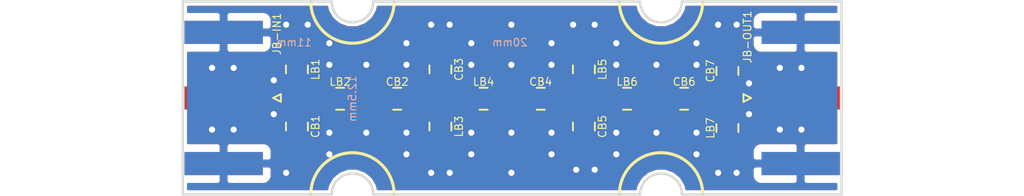
<source format=kicad_pcb>
(kicad_pcb (version 20171130) (host pcbnew "(5.0.1-3-g963ef8bb5)")

  (general
    (thickness 1.6)
    (drawings 19)
    (tracks 88)
    (zones 0)
    (modules 16)
    (nets 9)
  )

  (page A4)
  (layers
    (0 F.Cu signal)
    (31 B.Cu signal)
    (32 B.Adhes user)
    (33 F.Adhes user)
    (34 B.Paste user)
    (35 F.Paste user)
    (36 B.SilkS user)
    (37 F.SilkS user)
    (38 B.Mask user)
    (39 F.Mask user)
    (40 Dwgs.User user)
    (41 Cmts.User user)
    (42 Eco1.User user)
    (43 Eco2.User user)
    (44 Edge.Cuts user)
    (45 Margin user)
    (46 B.CrtYd user)
    (47 F.CrtYd user)
    (48 B.Fab user)
    (49 F.Fab user)
  )

  (setup
    (last_trace_width 0.32)
    (trace_clearance 0.2)
    (zone_clearance 0.2)
    (zone_45_only no)
    (trace_min 0.2)
    (segment_width 0.2)
    (edge_width 0.15)
    (via_size 0.8)
    (via_drill 0.4)
    (via_min_size 0.4)
    (via_min_drill 0.3)
    (uvia_size 0.3)
    (uvia_drill 0.1)
    (uvias_allowed no)
    (uvia_min_size 0.2)
    (uvia_min_drill 0.1)
    (pcb_text_width 0.3)
    (pcb_text_size 1.5 1.5)
    (mod_edge_width 0.15)
    (mod_text_size 1 1)
    (mod_text_width 0.15)
    (pad_size 1 1)
    (pad_drill 0.65)
    (pad_to_mask_clearance 0.051)
    (solder_mask_min_width 0.25)
    (aux_axis_origin 0 0)
    (visible_elements FFFFFF7F)
    (pcbplotparams
      (layerselection 0x010fc_ffffffff)
      (usegerberextensions false)
      (usegerberattributes false)
      (usegerberadvancedattributes false)
      (creategerberjobfile false)
      (excludeedgelayer true)
      (linewidth 0.050000)
      (plotframeref false)
      (viasonmask false)
      (mode 1)
      (useauxorigin false)
      (hpglpennumber 1)
      (hpglpenspeed 20)
      (hpglpendiameter 15.000000)
      (psnegative false)
      (psa4output false)
      (plotreference true)
      (plotvalue true)
      (plotinvisibletext false)
      (padsonsilk false)
      (subtractmaskfromsilk false)
      (outputformat 1)
      (mirror false)
      (drillshape 1)
      (scaleselection 1)
      (outputdirectory ""))
  )

  (net 0 "")
  (net 1 "Net-(CB1-Pad1)")
  (net 2 GND)
  (net 3 "Net-(CB2-Pad2)")
  (net 4 "Net-(CB2-Pad1)")
  (net 5 "Net-(CB4-Pad1)")
  (net 6 "Net-(CB4-Pad2)")
  (net 7 "Net-(CB6-Pad2)")
  (net 8 "Net-(CB6-Pad1)")

  (net_class Default "This is the default net class."
    (clearance 0.2)
    (trace_width 0.32)
    (via_dia 0.8)
    (via_drill 0.4)
    (uvia_dia 0.3)
    (uvia_drill 0.1)
    (add_net GND)
    (add_net "Net-(CB1-Pad1)")
    (add_net "Net-(CB2-Pad1)")
    (add_net "Net-(CB2-Pad2)")
    (add_net "Net-(CB4-Pad1)")
    (add_net "Net-(CB4-Pad2)")
    (add_net "Net-(CB6-Pad1)")
    (add_net "Net-(CB6-Pad2)")
  )

  (module Connector_Coaxial:SMA_Amphenol_132289_EdgeMount (layer F.Cu) (tedit 5C750C86) (tstamp 5C818ED5)
    (at 52.75 50.85 180)
    (descr http://www.amphenolrf.com/132289.html)
    (tags SMA)
    (path /5C7503A2)
    (attr smd)
    (fp_text reference JB-IN1 (at -3.45 4.15 270) (layer F.SilkS)
      (effects (font (size 0.5 0.5) (thickness 0.07)))
    )
    (fp_text value Conn_Coaxial (at 5 6 180) (layer F.Fab) hide
      (effects (font (size 1 1) (thickness 0.15)))
    )
    (fp_line (start -3.71 0.25) (end -3.21 0) (layer F.SilkS) (width 0.12))
    (fp_line (start -3.71 -0.25) (end -3.71 0.25) (layer F.SilkS) (width 0.12))
    (fp_line (start -3.21 0) (end -3.71 -0.25) (layer F.SilkS) (width 0.12))
    (fp_line (start 3.54 0) (end 2.54 0.75) (layer F.Fab) (width 0.1))
    (fp_line (start 2.54 -0.75) (end 3.54 0) (layer F.Fab) (width 0.1))
    (fp_text user %R (at 4.79 0 90) (layer F.Fab) hide
      (effects (font (size 1 1) (thickness 0.15)))
    )
    (fp_line (start 14.47 -5.58) (end -3.04 -5.58) (layer F.CrtYd) (width 0.05))
    (fp_line (start 14.47 -5.58) (end 14.47 5.58) (layer F.CrtYd) (width 0.05))
    (fp_line (start 14.47 5.58) (end -3.04 5.58) (layer F.CrtYd) (width 0.05))
    (fp_line (start -3.04 5.58) (end -3.04 -5.58) (layer F.CrtYd) (width 0.05))
    (fp_line (start 14.47 -5.58) (end -3.04 -5.58) (layer B.CrtYd) (width 0.05))
    (fp_line (start 14.47 -5.58) (end 14.47 5.58) (layer B.CrtYd) (width 0.05))
    (fp_line (start 14.47 5.58) (end -3.04 5.58) (layer B.CrtYd) (width 0.05))
    (fp_line (start -3.04 5.58) (end -3.04 -5.58) (layer B.CrtYd) (width 0.05))
    (fp_line (start 4.445 -3.81) (end 13.97 -3.81) (layer F.Fab) (width 0.1))
    (fp_line (start 13.97 -3.81) (end 13.97 3.81) (layer F.Fab) (width 0.1))
    (fp_line (start 13.97 3.81) (end 4.445 3.81) (layer F.Fab) (width 0.1))
    (fp_line (start 4.445 5.08) (end 4.445 3.81) (layer F.Fab) (width 0.1))
    (fp_line (start 4.445 -3.81) (end 4.445 -5.08) (layer F.Fab) (width 0.1))
    (fp_line (start -1.91 -5.08) (end 4.445 -5.08) (layer F.Fab) (width 0.1))
    (fp_line (start -1.91 -5.08) (end -1.91 -3.81) (layer F.Fab) (width 0.1))
    (fp_line (start -1.91 -3.81) (end 2.54 -3.81) (layer F.Fab) (width 0.1))
    (fp_line (start 2.54 -3.81) (end 2.54 3.81) (layer F.Fab) (width 0.1))
    (fp_line (start 2.54 3.81) (end -1.91 3.81) (layer F.Fab) (width 0.1))
    (fp_line (start -1.91 3.81) (end -1.91 5.08) (layer F.Fab) (width 0.1))
    (fp_line (start -1.91 5.08) (end 4.445 5.08) (layer F.Fab) (width 0.1))
    (pad 2 smd rect (at 0 4.25 270) (size 1.5 5.08) (layers B.Cu B.Paste B.Mask)
      (net 2 GND))
    (pad 2 smd rect (at 0 -4.25 270) (size 1.5 5.08) (layers B.Cu B.Paste B.Mask)
      (net 2 GND))
    (pad 2 smd rect (at 0 4.25 270) (size 1.5 5.08) (layers F.Cu F.Paste F.Mask)
      (net 2 GND))
    (pad 2 smd rect (at 0 -4.25 270) (size 1.5 5.08) (layers F.Cu F.Paste F.Mask)
      (net 2 GND))
    (pad 1 smd rect (at 0 0 270) (size 1.5 5.08) (layers F.Cu F.Paste F.Mask)
      (net 1 "Net-(CB1-Pad1)"))
    (model ${KISYS3DMOD}/Connector_Coaxial.3dshapes/SMA_Amphenol_132289_EdgeMount.wrl
      (at (xyz 0 0 0))
      (scale (xyz 1 1 1))
      (rotate (xyz 0 0 0))
    )
  )

  (module Capacitor_SMD:C_0805_2012Metric_Pad1.15x1.40mm_HandSolder (layer F.Cu) (tedit 5C750C64) (tstamp 5C818E19)
    (at 57.5 52.7 270)
    (descr "Capacitor SMD 0805 (2012 Metric), square (rectangular) end terminal, IPC_7351 nominal with elongated pad for handsoldering. (Body size source: https://docs.google.com/spreadsheets/d/1BsfQQcO9C6DZCsRaXUlFlo91Tg2WpOkGARC1WS5S8t0/edit?usp=sharing), generated with kicad-footprint-generator")
    (tags "capacitor handsolder")
    (path /5C7504AF)
    (attr smd)
    (fp_text reference CB1 (at 0 -1.2 270) (layer F.SilkS)
      (effects (font (size 0.5 0.5) (thickness 0.07)))
    )
    (fp_text value C (at 0 1.65 270) (layer F.Fab) hide
      (effects (font (size 1 1) (thickness 0.15)))
    )
    (fp_line (start -1 0.6) (end -1 -0.6) (layer F.Fab) (width 0.1))
    (fp_line (start -1 -0.6) (end 1 -0.6) (layer F.Fab) (width 0.1))
    (fp_line (start 1 -0.6) (end 1 0.6) (layer F.Fab) (width 0.1))
    (fp_line (start 1 0.6) (end -1 0.6) (layer F.Fab) (width 0.1))
    (fp_line (start -0.261252 -0.71) (end 0.261252 -0.71) (layer F.SilkS) (width 0.12))
    (fp_line (start -0.261252 0.71) (end 0.261252 0.71) (layer F.SilkS) (width 0.12))
    (fp_line (start -1.85 0.95) (end -1.85 -0.95) (layer F.CrtYd) (width 0.05))
    (fp_line (start -1.85 -0.95) (end 1.85 -0.95) (layer F.CrtYd) (width 0.05))
    (fp_line (start 1.85 -0.95) (end 1.85 0.95) (layer F.CrtYd) (width 0.05))
    (fp_line (start 1.85 0.95) (end -1.85 0.95) (layer F.CrtYd) (width 0.05))
    (fp_text user %R (at 0 0 270) (layer F.Fab) hide
      (effects (font (size 0.5 0.5) (thickness 0.08)))
    )
    (pad 1 smd roundrect (at -1.025 0 270) (size 1.15 1.4) (layers F.Cu F.Paste F.Mask) (roundrect_rratio 0.217391)
      (net 1 "Net-(CB1-Pad1)"))
    (pad 2 smd roundrect (at 1.025 0 270) (size 1.15 1.4) (layers F.Cu F.Paste F.Mask) (roundrect_rratio 0.217391)
      (net 2 GND))
    (model ${KISYS3DMOD}/Capacitor_SMD.3dshapes/C_0805_2012Metric.wrl
      (at (xyz 0 0 0))
      (scale (xyz 1 1 1))
      (rotate (xyz 0 0 0))
    )
  )

  (module Capacitor_SMD:C_0805_2012Metric_Pad1.15x1.40mm_HandSolder (layer F.Cu) (tedit 5C750CC2) (tstamp 5C818E2A)
    (at 64 50.9 180)
    (descr "Capacitor SMD 0805 (2012 Metric), square (rectangular) end terminal, IPC_7351 nominal with elongated pad for handsoldering. (Body size source: https://docs.google.com/spreadsheets/d/1BsfQQcO9C6DZCsRaXUlFlo91Tg2WpOkGARC1WS5S8t0/edit?usp=sharing), generated with kicad-footprint-generator")
    (tags "capacitor handsolder")
    (path /5C750543)
    (attr smd)
    (fp_text reference CB2 (at 0 1.1 180) (layer F.SilkS)
      (effects (font (size 0.5 0.5) (thickness 0.07)))
    )
    (fp_text value C (at 0 1.65 180) (layer F.Fab) hide
      (effects (font (size 1 1) (thickness 0.15)))
    )
    (fp_text user %R (at 0 0 180) (layer F.Fab) hide
      (effects (font (size 0.5 0.5) (thickness 0.08)))
    )
    (fp_line (start 1.85 0.95) (end -1.85 0.95) (layer F.CrtYd) (width 0.05))
    (fp_line (start 1.85 -0.95) (end 1.85 0.95) (layer F.CrtYd) (width 0.05))
    (fp_line (start -1.85 -0.95) (end 1.85 -0.95) (layer F.CrtYd) (width 0.05))
    (fp_line (start -1.85 0.95) (end -1.85 -0.95) (layer F.CrtYd) (width 0.05))
    (fp_line (start -0.261252 0.71) (end 0.261252 0.71) (layer F.SilkS) (width 0.12))
    (fp_line (start -0.261252 -0.71) (end 0.261252 -0.71) (layer F.SilkS) (width 0.12))
    (fp_line (start 1 0.6) (end -1 0.6) (layer F.Fab) (width 0.1))
    (fp_line (start 1 -0.6) (end 1 0.6) (layer F.Fab) (width 0.1))
    (fp_line (start -1 -0.6) (end 1 -0.6) (layer F.Fab) (width 0.1))
    (fp_line (start -1 0.6) (end -1 -0.6) (layer F.Fab) (width 0.1))
    (pad 2 smd roundrect (at 1.025 0 180) (size 1.15 1.4) (layers F.Cu F.Paste F.Mask) (roundrect_rratio 0.217391)
      (net 3 "Net-(CB2-Pad2)"))
    (pad 1 smd roundrect (at -1.025 0 180) (size 1.15 1.4) (layers F.Cu F.Paste F.Mask) (roundrect_rratio 0.217391)
      (net 4 "Net-(CB2-Pad1)"))
    (model ${KISYS3DMOD}/Capacitor_SMD.3dshapes/C_0805_2012Metric.wrl
      (at (xyz 0 0 0))
      (scale (xyz 1 1 1))
      (rotate (xyz 0 0 0))
    )
  )

  (module Capacitor_SMD:C_0805_2012Metric_Pad1.15x1.40mm_HandSolder (layer F.Cu) (tedit 5C750CDD) (tstamp 5C818E3B)
    (at 66.8 49 90)
    (descr "Capacitor SMD 0805 (2012 Metric), square (rectangular) end terminal, IPC_7351 nominal with elongated pad for handsoldering. (Body size source: https://docs.google.com/spreadsheets/d/1BsfQQcO9C6DZCsRaXUlFlo91Tg2WpOkGARC1WS5S8t0/edit?usp=sharing), generated with kicad-footprint-generator")
    (tags "capacitor handsolder")
    (path /5C75AA28)
    (attr smd)
    (fp_text reference CB3 (at 0 1.2 90) (layer F.SilkS)
      (effects (font (size 0.5 0.5) (thickness 0.07)))
    )
    (fp_text value C (at 0 1.65 90) (layer F.Fab) hide
      (effects (font (size 1 1) (thickness 0.15)))
    )
    (fp_line (start -1 0.6) (end -1 -0.6) (layer F.Fab) (width 0.1))
    (fp_line (start -1 -0.6) (end 1 -0.6) (layer F.Fab) (width 0.1))
    (fp_line (start 1 -0.6) (end 1 0.6) (layer F.Fab) (width 0.1))
    (fp_line (start 1 0.6) (end -1 0.6) (layer F.Fab) (width 0.1))
    (fp_line (start -0.261252 -0.71) (end 0.261252 -0.71) (layer F.SilkS) (width 0.12))
    (fp_line (start -0.261252 0.71) (end 0.261252 0.71) (layer F.SilkS) (width 0.12))
    (fp_line (start -1.85 0.95) (end -1.85 -0.95) (layer F.CrtYd) (width 0.05))
    (fp_line (start -1.85 -0.95) (end 1.85 -0.95) (layer F.CrtYd) (width 0.05))
    (fp_line (start 1.85 -0.95) (end 1.85 0.95) (layer F.CrtYd) (width 0.05))
    (fp_line (start 1.85 0.95) (end -1.85 0.95) (layer F.CrtYd) (width 0.05))
    (fp_text user %R (at 0 0 90) (layer F.Fab) hide
      (effects (font (size 0.5 0.5) (thickness 0.08)))
    )
    (pad 1 smd roundrect (at -1.025 0 90) (size 1.15 1.4) (layers F.Cu F.Paste F.Mask) (roundrect_rratio 0.217391)
      (net 4 "Net-(CB2-Pad1)"))
    (pad 2 smd roundrect (at 1.025 0 90) (size 1.15 1.4) (layers F.Cu F.Paste F.Mask) (roundrect_rratio 0.217391)
      (net 2 GND))
    (model ${KISYS3DMOD}/Capacitor_SMD.3dshapes/C_0805_2012Metric.wrl
      (at (xyz 0 0 0))
      (scale (xyz 1 1 1))
      (rotate (xyz 0 0 0))
    )
  )

  (module Capacitor_SMD:C_0805_2012Metric_Pad1.15x1.40mm_HandSolder (layer F.Cu) (tedit 5C75104E) (tstamp 5C818E4C)
    (at 73.3 50.9 180)
    (descr "Capacitor SMD 0805 (2012 Metric), square (rectangular) end terminal, IPC_7351 nominal with elongated pad for handsoldering. (Body size source: https://docs.google.com/spreadsheets/d/1BsfQQcO9C6DZCsRaXUlFlo91Tg2WpOkGARC1WS5S8t0/edit?usp=sharing), generated with kicad-footprint-generator")
    (tags "capacitor handsolder")
    (path /5C75C952)
    (attr smd)
    (fp_text reference CB4 (at 0 1.1 180) (layer F.SilkS)
      (effects (font (size 0.5 0.5) (thickness 0.07)))
    )
    (fp_text value C (at 0 1.65 180) (layer F.Fab) hide
      (effects (font (size 1 1) (thickness 0.15)))
    )
    (fp_line (start -1 0.6) (end -1 -0.6) (layer F.Fab) (width 0.1))
    (fp_line (start -1 -0.6) (end 1 -0.6) (layer F.Fab) (width 0.1))
    (fp_line (start 1 -0.6) (end 1 0.6) (layer F.Fab) (width 0.1))
    (fp_line (start 1 0.6) (end -1 0.6) (layer F.Fab) (width 0.1))
    (fp_line (start -0.261252 -0.71) (end 0.261252 -0.71) (layer F.SilkS) (width 0.12))
    (fp_line (start -0.261252 0.71) (end 0.261252 0.71) (layer F.SilkS) (width 0.12))
    (fp_line (start -1.85 0.95) (end -1.85 -0.95) (layer F.CrtYd) (width 0.05))
    (fp_line (start -1.85 -0.95) (end 1.85 -0.95) (layer F.CrtYd) (width 0.05))
    (fp_line (start 1.85 -0.95) (end 1.85 0.95) (layer F.CrtYd) (width 0.05))
    (fp_line (start 1.85 0.95) (end -1.85 0.95) (layer F.CrtYd) (width 0.05))
    (fp_text user %R (at 0 0 180) (layer F.Fab) hide
      (effects (font (size 0.5 0.5) (thickness 0.08)))
    )
    (pad 1 smd roundrect (at -1.025 0 180) (size 1.15 1.4) (layers F.Cu F.Paste F.Mask) (roundrect_rratio 0.217391)
      (net 5 "Net-(CB4-Pad1)"))
    (pad 2 smd roundrect (at 1.025 0 180) (size 1.15 1.4) (layers F.Cu F.Paste F.Mask) (roundrect_rratio 0.217391)
      (net 6 "Net-(CB4-Pad2)"))
    (model ${KISYS3DMOD}/Capacitor_SMD.3dshapes/C_0805_2012Metric.wrl
      (at (xyz 0 0 0))
      (scale (xyz 1 1 1))
      (rotate (xyz 0 0 0))
    )
  )

  (module Capacitor_SMD:C_0805_2012Metric_Pad1.15x1.40mm_HandSolder (layer F.Cu) (tedit 5C751053) (tstamp 5C818E5D)
    (at 76.1 52.7 270)
    (descr "Capacitor SMD 0805 (2012 Metric), square (rectangular) end terminal, IPC_7351 nominal with elongated pad for handsoldering. (Body size source: https://docs.google.com/spreadsheets/d/1BsfQQcO9C6DZCsRaXUlFlo91Tg2WpOkGARC1WS5S8t0/edit?usp=sharing), generated with kicad-footprint-generator")
    (tags "capacitor handsolder")
    (path /5C75AA5B)
    (attr smd)
    (fp_text reference CB5 (at 0 -1.2 270) (layer F.SilkS)
      (effects (font (size 0.5 0.5) (thickness 0.07)))
    )
    (fp_text value C (at 0 1.65 270) (layer F.Fab) hide
      (effects (font (size 1 1) (thickness 0.15)))
    )
    (fp_text user %R (at 0 0 270) (layer F.Fab) hide
      (effects (font (size 0.5 0.5) (thickness 0.08)))
    )
    (fp_line (start 1.85 0.95) (end -1.85 0.95) (layer F.CrtYd) (width 0.05))
    (fp_line (start 1.85 -0.95) (end 1.85 0.95) (layer F.CrtYd) (width 0.05))
    (fp_line (start -1.85 -0.95) (end 1.85 -0.95) (layer F.CrtYd) (width 0.05))
    (fp_line (start -1.85 0.95) (end -1.85 -0.95) (layer F.CrtYd) (width 0.05))
    (fp_line (start -0.261252 0.71) (end 0.261252 0.71) (layer F.SilkS) (width 0.12))
    (fp_line (start -0.261252 -0.71) (end 0.261252 -0.71) (layer F.SilkS) (width 0.12))
    (fp_line (start 1 0.6) (end -1 0.6) (layer F.Fab) (width 0.1))
    (fp_line (start 1 -0.6) (end 1 0.6) (layer F.Fab) (width 0.1))
    (fp_line (start -1 -0.6) (end 1 -0.6) (layer F.Fab) (width 0.1))
    (fp_line (start -1 0.6) (end -1 -0.6) (layer F.Fab) (width 0.1))
    (pad 2 smd roundrect (at 1.025 0 270) (size 1.15 1.4) (layers F.Cu F.Paste F.Mask) (roundrect_rratio 0.217391)
      (net 2 GND))
    (pad 1 smd roundrect (at -1.025 0 270) (size 1.15 1.4) (layers F.Cu F.Paste F.Mask) (roundrect_rratio 0.217391)
      (net 5 "Net-(CB4-Pad1)"))
    (model ${KISYS3DMOD}/Capacitor_SMD.3dshapes/C_0805_2012Metric.wrl
      (at (xyz 0 0 0))
      (scale (xyz 1 1 1))
      (rotate (xyz 0 0 0))
    )
  )

  (module Capacitor_SMD:C_0805_2012Metric_Pad1.15x1.40mm_HandSolder (layer F.Cu) (tedit 5C751067) (tstamp 5C818E6E)
    (at 82.6 50.9 180)
    (descr "Capacitor SMD 0805 (2012 Metric), square (rectangular) end terminal, IPC_7351 nominal with elongated pad for handsoldering. (Body size source: https://docs.google.com/spreadsheets/d/1BsfQQcO9C6DZCsRaXUlFlo91Tg2WpOkGARC1WS5S8t0/edit?usp=sharing), generated with kicad-footprint-generator")
    (tags "capacitor handsolder")
    (path /5C75C9C3)
    (attr smd)
    (fp_text reference CB6 (at 0 1.1 180) (layer F.SilkS)
      (effects (font (size 0.5 0.5) (thickness 0.07)))
    )
    (fp_text value C (at 0 1.65 180) (layer F.Fab) hide
      (effects (font (size 1 1) (thickness 0.15)))
    )
    (fp_text user %R (at 0 0 180) (layer F.Fab) hide
      (effects (font (size 0.5 0.5) (thickness 0.08)))
    )
    (fp_line (start 1.85 0.95) (end -1.85 0.95) (layer F.CrtYd) (width 0.05))
    (fp_line (start 1.85 -0.95) (end 1.85 0.95) (layer F.CrtYd) (width 0.05))
    (fp_line (start -1.85 -0.95) (end 1.85 -0.95) (layer F.CrtYd) (width 0.05))
    (fp_line (start -1.85 0.95) (end -1.85 -0.95) (layer F.CrtYd) (width 0.05))
    (fp_line (start -0.261252 0.71) (end 0.261252 0.71) (layer F.SilkS) (width 0.12))
    (fp_line (start -0.261252 -0.71) (end 0.261252 -0.71) (layer F.SilkS) (width 0.12))
    (fp_line (start 1 0.6) (end -1 0.6) (layer F.Fab) (width 0.1))
    (fp_line (start 1 -0.6) (end 1 0.6) (layer F.Fab) (width 0.1))
    (fp_line (start -1 -0.6) (end 1 -0.6) (layer F.Fab) (width 0.1))
    (fp_line (start -1 0.6) (end -1 -0.6) (layer F.Fab) (width 0.1))
    (pad 2 smd roundrect (at 1.025 0 180) (size 1.15 1.4) (layers F.Cu F.Paste F.Mask) (roundrect_rratio 0.217391)
      (net 7 "Net-(CB6-Pad2)"))
    (pad 1 smd roundrect (at -1.025 0 180) (size 1.15 1.4) (layers F.Cu F.Paste F.Mask) (roundrect_rratio 0.217391)
      (net 8 "Net-(CB6-Pad1)"))
    (model ${KISYS3DMOD}/Capacitor_SMD.3dshapes/C_0805_2012Metric.wrl
      (at (xyz 0 0 0))
      (scale (xyz 1 1 1))
      (rotate (xyz 0 0 0))
    )
  )

  (module Connector_Coaxial:SMA_Amphenol_132289_EdgeMount (layer F.Cu) (tedit 5C75107C) (tstamp 5C818EF8)
    (at 90.15 50.85)
    (descr http://www.amphenolrf.com/132289.html)
    (tags SMA)
    (path /5C750ABF)
    (attr smd)
    (fp_text reference JB-OUT1 (at -3.45 -3.95 90) (layer F.SilkS)
      (effects (font (size 0.5 0.5) (thickness 0.07)))
    )
    (fp_text value Conn_Coaxial (at 5 6) (layer F.Fab) hide
      (effects (font (size 1 1) (thickness 0.15)))
    )
    (fp_line (start -1.91 5.08) (end 4.445 5.08) (layer F.Fab) (width 0.1))
    (fp_line (start -1.91 3.81) (end -1.91 5.08) (layer F.Fab) (width 0.1))
    (fp_line (start 2.54 3.81) (end -1.91 3.81) (layer F.Fab) (width 0.1))
    (fp_line (start 2.54 -3.81) (end 2.54 3.81) (layer F.Fab) (width 0.1))
    (fp_line (start -1.91 -3.81) (end 2.54 -3.81) (layer F.Fab) (width 0.1))
    (fp_line (start -1.91 -5.08) (end -1.91 -3.81) (layer F.Fab) (width 0.1))
    (fp_line (start -1.91 -5.08) (end 4.445 -5.08) (layer F.Fab) (width 0.1))
    (fp_line (start 4.445 -3.81) (end 4.445 -5.08) (layer F.Fab) (width 0.1))
    (fp_line (start 4.445 5.08) (end 4.445 3.81) (layer F.Fab) (width 0.1))
    (fp_line (start 13.97 3.81) (end 4.445 3.81) (layer F.Fab) (width 0.1))
    (fp_line (start 13.97 -3.81) (end 13.97 3.81) (layer F.Fab) (width 0.1))
    (fp_line (start 4.445 -3.81) (end 13.97 -3.81) (layer F.Fab) (width 0.1))
    (fp_line (start -3.04 5.58) (end -3.04 -5.58) (layer B.CrtYd) (width 0.05))
    (fp_line (start 14.47 5.58) (end -3.04 5.58) (layer B.CrtYd) (width 0.05))
    (fp_line (start 14.47 -5.58) (end 14.47 5.58) (layer B.CrtYd) (width 0.05))
    (fp_line (start 14.47 -5.58) (end -3.04 -5.58) (layer B.CrtYd) (width 0.05))
    (fp_line (start -3.04 5.58) (end -3.04 -5.58) (layer F.CrtYd) (width 0.05))
    (fp_line (start 14.47 5.58) (end -3.04 5.58) (layer F.CrtYd) (width 0.05))
    (fp_line (start 14.47 -5.58) (end 14.47 5.58) (layer F.CrtYd) (width 0.05))
    (fp_line (start 14.47 -5.58) (end -3.04 -5.58) (layer F.CrtYd) (width 0.05))
    (fp_text user %R (at 4.79 0 -90) (layer F.Fab) hide
      (effects (font (size 1 1) (thickness 0.15)))
    )
    (fp_line (start 2.54 -0.75) (end 3.54 0) (layer F.Fab) (width 0.1))
    (fp_line (start 3.54 0) (end 2.54 0.75) (layer F.Fab) (width 0.1))
    (fp_line (start -3.21 0) (end -3.71 -0.25) (layer F.SilkS) (width 0.12))
    (fp_line (start -3.71 -0.25) (end -3.71 0.25) (layer F.SilkS) (width 0.12))
    (fp_line (start -3.71 0.25) (end -3.21 0) (layer F.SilkS) (width 0.12))
    (pad 1 smd rect (at 0 0 90) (size 1.5 5.08) (layers F.Cu F.Paste F.Mask)
      (net 8 "Net-(CB6-Pad1)"))
    (pad 2 smd rect (at 0 -4.25 90) (size 1.5 5.08) (layers F.Cu F.Paste F.Mask)
      (net 2 GND))
    (pad 2 smd rect (at 0 4.25 90) (size 1.5 5.08) (layers F.Cu F.Paste F.Mask)
      (net 2 GND))
    (pad 2 smd rect (at 0 -4.25 90) (size 1.5 5.08) (layers B.Cu B.Paste B.Mask)
      (net 2 GND))
    (pad 2 smd rect (at 0 4.25 90) (size 1.5 5.08) (layers B.Cu B.Paste B.Mask)
      (net 2 GND))
    (model ${KISYS3DMOD}/Connector_Coaxial.3dshapes/SMA_Amphenol_132289_EdgeMount.wrl
      (at (xyz 0 0 0))
      (scale (xyz 1 1 1))
      (rotate (xyz 0 0 0))
    )
  )

  (module Inductor_SMD:L_0805_2012Metric_Pad1.15x1.40mm_HandSolder (layer F.Cu) (tedit 5C750C72) (tstamp 5C818F4F)
    (at 57.5 49 90)
    (descr "Capacitor SMD 0805 (2012 Metric), square (rectangular) end terminal, IPC_7351 nominal with elongated pad for handsoldering. (Body size source: https://docs.google.com/spreadsheets/d/1BsfQQcO9C6DZCsRaXUlFlo91Tg2WpOkGARC1WS5S8t0/edit?usp=sharing), generated with kicad-footprint-generator")
    (tags "inductor handsolder")
    (path /5C75045A)
    (attr smd)
    (fp_text reference LB1 (at 0 1.2 90) (layer F.SilkS)
      (effects (font (size 0.5 0.5) (thickness 0.07)))
    )
    (fp_text value L (at 0 1.65 90) (layer F.Fab) hide
      (effects (font (size 1 1) (thickness 0.15)))
    )
    (fp_line (start -1 0.6) (end -1 -0.6) (layer F.Fab) (width 0.1))
    (fp_line (start -1 -0.6) (end 1 -0.6) (layer F.Fab) (width 0.1))
    (fp_line (start 1 -0.6) (end 1 0.6) (layer F.Fab) (width 0.1))
    (fp_line (start 1 0.6) (end -1 0.6) (layer F.Fab) (width 0.1))
    (fp_line (start -0.261252 -0.71) (end 0.261252 -0.71) (layer F.SilkS) (width 0.12))
    (fp_line (start -0.261252 0.71) (end 0.261252 0.71) (layer F.SilkS) (width 0.12))
    (fp_line (start -1.85 0.95) (end -1.85 -0.95) (layer F.CrtYd) (width 0.05))
    (fp_line (start -1.85 -0.95) (end 1.85 -0.95) (layer F.CrtYd) (width 0.05))
    (fp_line (start 1.85 -0.95) (end 1.85 0.95) (layer F.CrtYd) (width 0.05))
    (fp_line (start 1.85 0.95) (end -1.85 0.95) (layer F.CrtYd) (width 0.05))
    (fp_text user %R (at 0 0 90) (layer F.Fab) hide
      (effects (font (size 0.5 0.5) (thickness 0.08)))
    )
    (pad 1 smd roundrect (at -1.025 0 90) (size 1.15 1.4) (layers F.Cu F.Paste F.Mask) (roundrect_rratio 0.217391)
      (net 1 "Net-(CB1-Pad1)"))
    (pad 2 smd roundrect (at 1.025 0 90) (size 1.15 1.4) (layers F.Cu F.Paste F.Mask) (roundrect_rratio 0.217391)
      (net 2 GND))
    (model ${KISYS3DMOD}/Inductor_SMD.3dshapes/L_0805_2012Metric.wrl
      (at (xyz 0 0 0))
      (scale (xyz 1 1 1))
      (rotate (xyz 0 0 0))
    )
  )

  (module Inductor_SMD:L_0805_2012Metric_Pad1.15x1.40mm_HandSolder (layer F.Cu) (tedit 5C750C6A) (tstamp 5C818F60)
    (at 60.3 50.9)
    (descr "Capacitor SMD 0805 (2012 Metric), square (rectangular) end terminal, IPC_7351 nominal with elongated pad for handsoldering. (Body size source: https://docs.google.com/spreadsheets/d/1BsfQQcO9C6DZCsRaXUlFlo91Tg2WpOkGARC1WS5S8t0/edit?usp=sharing), generated with kicad-footprint-generator")
    (tags "inductor handsolder")
    (path /5C75059B)
    (attr smd)
    (fp_text reference LB2 (at 0 -1.1) (layer F.SilkS)
      (effects (font (size 0.5 0.5) (thickness 0.07)))
    )
    (fp_text value L (at 0 1.65) (layer F.Fab) hide
      (effects (font (size 1 1) (thickness 0.15)))
    )
    (fp_text user %R (at 0 0) (layer F.Fab) hide
      (effects (font (size 0.5 0.5) (thickness 0.08)))
    )
    (fp_line (start 1.85 0.95) (end -1.85 0.95) (layer F.CrtYd) (width 0.05))
    (fp_line (start 1.85 -0.95) (end 1.85 0.95) (layer F.CrtYd) (width 0.05))
    (fp_line (start -1.85 -0.95) (end 1.85 -0.95) (layer F.CrtYd) (width 0.05))
    (fp_line (start -1.85 0.95) (end -1.85 -0.95) (layer F.CrtYd) (width 0.05))
    (fp_line (start -0.261252 0.71) (end 0.261252 0.71) (layer F.SilkS) (width 0.12))
    (fp_line (start -0.261252 -0.71) (end 0.261252 -0.71) (layer F.SilkS) (width 0.12))
    (fp_line (start 1 0.6) (end -1 0.6) (layer F.Fab) (width 0.1))
    (fp_line (start 1 -0.6) (end 1 0.6) (layer F.Fab) (width 0.1))
    (fp_line (start -1 -0.6) (end 1 -0.6) (layer F.Fab) (width 0.1))
    (fp_line (start -1 0.6) (end -1 -0.6) (layer F.Fab) (width 0.1))
    (pad 2 smd roundrect (at 1.025 0) (size 1.15 1.4) (layers F.Cu F.Paste F.Mask) (roundrect_rratio 0.217391)
      (net 3 "Net-(CB2-Pad2)"))
    (pad 1 smd roundrect (at -1.025 0) (size 1.15 1.4) (layers F.Cu F.Paste F.Mask) (roundrect_rratio 0.217391)
      (net 1 "Net-(CB1-Pad1)"))
    (model ${KISYS3DMOD}/Inductor_SMD.3dshapes/L_0805_2012Metric.wrl
      (at (xyz 0 0 0))
      (scale (xyz 1 1 1))
      (rotate (xyz 0 0 0))
    )
  )

  (module Inductor_SMD:L_0805_2012Metric_Pad1.15x1.40mm_HandSolder (layer F.Cu) (tedit 5C750CCD) (tstamp 5C818F71)
    (at 66.8 52.7 270)
    (descr "Capacitor SMD 0805 (2012 Metric), square (rectangular) end terminal, IPC_7351 nominal with elongated pad for handsoldering. (Body size source: https://docs.google.com/spreadsheets/d/1BsfQQcO9C6DZCsRaXUlFlo91Tg2WpOkGARC1WS5S8t0/edit?usp=sharing), generated with kicad-footprint-generator")
    (tags "inductor handsolder")
    (path /5C75A9C2)
    (attr smd)
    (fp_text reference LB3 (at 0 -1.2 270) (layer F.SilkS)
      (effects (font (size 0.5 0.5) (thickness 0.07)))
    )
    (fp_text value L (at 0 1.65 270) (layer F.Fab) hide
      (effects (font (size 1 1) (thickness 0.15)))
    )
    (fp_line (start -1 0.6) (end -1 -0.6) (layer F.Fab) (width 0.1))
    (fp_line (start -1 -0.6) (end 1 -0.6) (layer F.Fab) (width 0.1))
    (fp_line (start 1 -0.6) (end 1 0.6) (layer F.Fab) (width 0.1))
    (fp_line (start 1 0.6) (end -1 0.6) (layer F.Fab) (width 0.1))
    (fp_line (start -0.261252 -0.71) (end 0.261252 -0.71) (layer F.SilkS) (width 0.12))
    (fp_line (start -0.261252 0.71) (end 0.261252 0.71) (layer F.SilkS) (width 0.12))
    (fp_line (start -1.85 0.95) (end -1.85 -0.95) (layer F.CrtYd) (width 0.05))
    (fp_line (start -1.85 -0.95) (end 1.85 -0.95) (layer F.CrtYd) (width 0.05))
    (fp_line (start 1.85 -0.95) (end 1.85 0.95) (layer F.CrtYd) (width 0.05))
    (fp_line (start 1.85 0.95) (end -1.85 0.95) (layer F.CrtYd) (width 0.05))
    (fp_text user %R (at 0 0 270) (layer F.Fab) hide
      (effects (font (size 0.5 0.5) (thickness 0.08)))
    )
    (pad 1 smd roundrect (at -1.025 0 270) (size 1.15 1.4) (layers F.Cu F.Paste F.Mask) (roundrect_rratio 0.217391)
      (net 4 "Net-(CB2-Pad1)"))
    (pad 2 smd roundrect (at 1.025 0 270) (size 1.15 1.4) (layers F.Cu F.Paste F.Mask) (roundrect_rratio 0.217391)
      (net 2 GND))
    (model ${KISYS3DMOD}/Inductor_SMD.3dshapes/L_0805_2012Metric.wrl
      (at (xyz 0 0 0))
      (scale (xyz 1 1 1))
      (rotate (xyz 0 0 0))
    )
  )

  (module Inductor_SMD:L_0805_2012Metric_Pad1.15x1.40mm_HandSolder (layer F.Cu) (tedit 5C750CF2) (tstamp 5C818F82)
    (at 69.6 50.9)
    (descr "Capacitor SMD 0805 (2012 Metric), square (rectangular) end terminal, IPC_7351 nominal with elongated pad for handsoldering. (Body size source: https://docs.google.com/spreadsheets/d/1BsfQQcO9C6DZCsRaXUlFlo91Tg2WpOkGARC1WS5S8t0/edit?usp=sharing), generated with kicad-footprint-generator")
    (tags "inductor handsolder")
    (path /5C75BB96)
    (attr smd)
    (fp_text reference LB4 (at 0 -1.1) (layer F.SilkS)
      (effects (font (size 0.5 0.5) (thickness 0.07)))
    )
    (fp_text value L (at 0 1.65) (layer F.Fab) hide
      (effects (font (size 1 1) (thickness 0.15)))
    )
    (fp_line (start -1 0.6) (end -1 -0.6) (layer F.Fab) (width 0.1))
    (fp_line (start -1 -0.6) (end 1 -0.6) (layer F.Fab) (width 0.1))
    (fp_line (start 1 -0.6) (end 1 0.6) (layer F.Fab) (width 0.1))
    (fp_line (start 1 0.6) (end -1 0.6) (layer F.Fab) (width 0.1))
    (fp_line (start -0.261252 -0.71) (end 0.261252 -0.71) (layer F.SilkS) (width 0.12))
    (fp_line (start -0.261252 0.71) (end 0.261252 0.71) (layer F.SilkS) (width 0.12))
    (fp_line (start -1.85 0.95) (end -1.85 -0.95) (layer F.CrtYd) (width 0.05))
    (fp_line (start -1.85 -0.95) (end 1.85 -0.95) (layer F.CrtYd) (width 0.05))
    (fp_line (start 1.85 -0.95) (end 1.85 0.95) (layer F.CrtYd) (width 0.05))
    (fp_line (start 1.85 0.95) (end -1.85 0.95) (layer F.CrtYd) (width 0.05))
    (fp_text user %R (at 0 0) (layer F.Fab) hide
      (effects (font (size 0.5 0.5) (thickness 0.08)))
    )
    (pad 1 smd roundrect (at -1.025 0) (size 1.15 1.4) (layers F.Cu F.Paste F.Mask) (roundrect_rratio 0.217391)
      (net 4 "Net-(CB2-Pad1)"))
    (pad 2 smd roundrect (at 1.025 0) (size 1.15 1.4) (layers F.Cu F.Paste F.Mask) (roundrect_rratio 0.217391)
      (net 6 "Net-(CB4-Pad2)"))
    (model ${KISYS3DMOD}/Inductor_SMD.3dshapes/L_0805_2012Metric.wrl
      (at (xyz 0 0 0))
      (scale (xyz 1 1 1))
      (rotate (xyz 0 0 0))
    )
  )

  (module Inductor_SMD:L_0805_2012Metric_Pad1.15x1.40mm_HandSolder (layer F.Cu) (tedit 5C751059) (tstamp 5C818F93)
    (at 76.1 49 90)
    (descr "Capacitor SMD 0805 (2012 Metric), square (rectangular) end terminal, IPC_7351 nominal with elongated pad for handsoldering. (Body size source: https://docs.google.com/spreadsheets/d/1BsfQQcO9C6DZCsRaXUlFlo91Tg2WpOkGARC1WS5S8t0/edit?usp=sharing), generated with kicad-footprint-generator")
    (tags "inductor handsolder")
    (path /5C75A9F8)
    (attr smd)
    (fp_text reference LB5 (at 0 1.2 90) (layer F.SilkS)
      (effects (font (size 0.5 0.5) (thickness 0.07)))
    )
    (fp_text value L (at 0 1.65 90) (layer F.Fab) hide
      (effects (font (size 1 1) (thickness 0.15)))
    )
    (fp_text user %R (at 0 0 90) (layer F.Fab) hide
      (effects (font (size 0.5 0.5) (thickness 0.08)))
    )
    (fp_line (start 1.85 0.95) (end -1.85 0.95) (layer F.CrtYd) (width 0.05))
    (fp_line (start 1.85 -0.95) (end 1.85 0.95) (layer F.CrtYd) (width 0.05))
    (fp_line (start -1.85 -0.95) (end 1.85 -0.95) (layer F.CrtYd) (width 0.05))
    (fp_line (start -1.85 0.95) (end -1.85 -0.95) (layer F.CrtYd) (width 0.05))
    (fp_line (start -0.261252 0.71) (end 0.261252 0.71) (layer F.SilkS) (width 0.12))
    (fp_line (start -0.261252 -0.71) (end 0.261252 -0.71) (layer F.SilkS) (width 0.12))
    (fp_line (start 1 0.6) (end -1 0.6) (layer F.Fab) (width 0.1))
    (fp_line (start 1 -0.6) (end 1 0.6) (layer F.Fab) (width 0.1))
    (fp_line (start -1 -0.6) (end 1 -0.6) (layer F.Fab) (width 0.1))
    (fp_line (start -1 0.6) (end -1 -0.6) (layer F.Fab) (width 0.1))
    (pad 2 smd roundrect (at 1.025 0 90) (size 1.15 1.4) (layers F.Cu F.Paste F.Mask) (roundrect_rratio 0.217391)
      (net 2 GND))
    (pad 1 smd roundrect (at -1.025 0 90) (size 1.15 1.4) (layers F.Cu F.Paste F.Mask) (roundrect_rratio 0.217391)
      (net 5 "Net-(CB4-Pad1)"))
    (model ${KISYS3DMOD}/Inductor_SMD.3dshapes/L_0805_2012Metric.wrl
      (at (xyz 0 0 0))
      (scale (xyz 1 1 1))
      (rotate (xyz 0 0 0))
    )
  )

  (module Inductor_SMD:L_0805_2012Metric_Pad1.15x1.40mm_HandSolder (layer F.Cu) (tedit 5C751060) (tstamp 5C818FA4)
    (at 78.9 50.9)
    (descr "Capacitor SMD 0805 (2012 Metric), square (rectangular) end terminal, IPC_7351 nominal with elongated pad for handsoldering. (Body size source: https://docs.google.com/spreadsheets/d/1BsfQQcO9C6DZCsRaXUlFlo91Tg2WpOkGARC1WS5S8t0/edit?usp=sharing), generated with kicad-footprint-generator")
    (tags "inductor handsolder")
    (path /5C75C98D)
    (attr smd)
    (fp_text reference LB6 (at 0 -1.1) (layer F.SilkS)
      (effects (font (size 0.5 0.5) (thickness 0.07)))
    )
    (fp_text value L (at 0 1.65) (layer F.Fab) hide
      (effects (font (size 1 1) (thickness 0.15)))
    )
    (fp_text user %R (at 0 0) (layer F.Fab) hide
      (effects (font (size 0.5 0.5) (thickness 0.08)))
    )
    (fp_line (start 1.85 0.95) (end -1.85 0.95) (layer F.CrtYd) (width 0.05))
    (fp_line (start 1.85 -0.95) (end 1.85 0.95) (layer F.CrtYd) (width 0.05))
    (fp_line (start -1.85 -0.95) (end 1.85 -0.95) (layer F.CrtYd) (width 0.05))
    (fp_line (start -1.85 0.95) (end -1.85 -0.95) (layer F.CrtYd) (width 0.05))
    (fp_line (start -0.261252 0.71) (end 0.261252 0.71) (layer F.SilkS) (width 0.12))
    (fp_line (start -0.261252 -0.71) (end 0.261252 -0.71) (layer F.SilkS) (width 0.12))
    (fp_line (start 1 0.6) (end -1 0.6) (layer F.Fab) (width 0.1))
    (fp_line (start 1 -0.6) (end 1 0.6) (layer F.Fab) (width 0.1))
    (fp_line (start -1 -0.6) (end 1 -0.6) (layer F.Fab) (width 0.1))
    (fp_line (start -1 0.6) (end -1 -0.6) (layer F.Fab) (width 0.1))
    (pad 2 smd roundrect (at 1.025 0) (size 1.15 1.4) (layers F.Cu F.Paste F.Mask) (roundrect_rratio 0.217391)
      (net 7 "Net-(CB6-Pad2)"))
    (pad 1 smd roundrect (at -1.025 0) (size 1.15 1.4) (layers F.Cu F.Paste F.Mask) (roundrect_rratio 0.217391)
      (net 5 "Net-(CB4-Pad1)"))
    (model ${KISYS3DMOD}/Inductor_SMD.3dshapes/L_0805_2012Metric.wrl
      (at (xyz 0 0 0))
      (scale (xyz 1 1 1))
      (rotate (xyz 0 0 0))
    )
  )

  (module Capacitor_SMD:C_0805_2012Metric_Pad1.15x1.40mm_HandSolder (layer F.Cu) (tedit 5C751074) (tstamp 5C819F98)
    (at 85.4 49.1 90)
    (descr "Capacitor SMD 0805 (2012 Metric), square (rectangular) end terminal, IPC_7351 nominal with elongated pad for handsoldering. (Body size source: https://docs.google.com/spreadsheets/d/1BsfQQcO9C6DZCsRaXUlFlo91Tg2WpOkGARC1WS5S8t0/edit?usp=sharing), generated with kicad-footprint-generator")
    (tags "capacitor handsolder")
    (path /5C7849BC)
    (attr smd)
    (fp_text reference CB7 (at 0 -1.1 90) (layer F.SilkS)
      (effects (font (size 0.5 0.5) (thickness 0.07)))
    )
    (fp_text value C (at 0 1.65 90) (layer F.Fab) hide
      (effects (font (size 1 1) (thickness 0.15)))
    )
    (fp_line (start -1 0.6) (end -1 -0.6) (layer F.Fab) (width 0.1))
    (fp_line (start -1 -0.6) (end 1 -0.6) (layer F.Fab) (width 0.1))
    (fp_line (start 1 -0.6) (end 1 0.6) (layer F.Fab) (width 0.1))
    (fp_line (start 1 0.6) (end -1 0.6) (layer F.Fab) (width 0.1))
    (fp_line (start -0.261252 -0.71) (end 0.261252 -0.71) (layer F.SilkS) (width 0.12))
    (fp_line (start -0.261252 0.71) (end 0.261252 0.71) (layer F.SilkS) (width 0.12))
    (fp_line (start -1.85 0.95) (end -1.85 -0.95) (layer F.CrtYd) (width 0.05))
    (fp_line (start -1.85 -0.95) (end 1.85 -0.95) (layer F.CrtYd) (width 0.05))
    (fp_line (start 1.85 -0.95) (end 1.85 0.95) (layer F.CrtYd) (width 0.05))
    (fp_line (start 1.85 0.95) (end -1.85 0.95) (layer F.CrtYd) (width 0.05))
    (fp_text user %R (at 0 0 90) (layer F.Fab) hide
      (effects (font (size 0.5 0.5) (thickness 0.08)))
    )
    (pad 1 smd roundrect (at -1.025 0 90) (size 1.15 1.4) (layers F.Cu F.Paste F.Mask) (roundrect_rratio 0.217391)
      (net 8 "Net-(CB6-Pad1)"))
    (pad 2 smd roundrect (at 1.025 0 90) (size 1.15 1.4) (layers F.Cu F.Paste F.Mask) (roundrect_rratio 0.217391)
      (net 2 GND))
    (model ${KISYS3DMOD}/Capacitor_SMD.3dshapes/C_0805_2012Metric.wrl
      (at (xyz 0 0 0))
      (scale (xyz 1 1 1))
      (rotate (xyz 0 0 0))
    )
  )

  (module Inductor_SMD:L_0805_2012Metric_Pad1.15x1.40mm_HandSolder (layer F.Cu) (tedit 5C751071) (tstamp 5C819FA9)
    (at 85.4 52.8 270)
    (descr "Capacitor SMD 0805 (2012 Metric), square (rectangular) end terminal, IPC_7351 nominal with elongated pad for handsoldering. (Body size source: https://docs.google.com/spreadsheets/d/1BsfQQcO9C6DZCsRaXUlFlo91Tg2WpOkGARC1WS5S8t0/edit?usp=sharing), generated with kicad-footprint-generator")
    (tags "inductor handsolder")
    (path /5C78496B)
    (attr smd)
    (fp_text reference LB7 (at 0 1.1 270) (layer F.SilkS)
      (effects (font (size 0.5 0.5) (thickness 0.07)))
    )
    (fp_text value L (at 0 1.65 270) (layer F.Fab) hide
      (effects (font (size 1 1) (thickness 0.15)))
    )
    (fp_line (start -1 0.6) (end -1 -0.6) (layer F.Fab) (width 0.1))
    (fp_line (start -1 -0.6) (end 1 -0.6) (layer F.Fab) (width 0.1))
    (fp_line (start 1 -0.6) (end 1 0.6) (layer F.Fab) (width 0.1))
    (fp_line (start 1 0.6) (end -1 0.6) (layer F.Fab) (width 0.1))
    (fp_line (start -0.261252 -0.71) (end 0.261252 -0.71) (layer F.SilkS) (width 0.12))
    (fp_line (start -0.261252 0.71) (end 0.261252 0.71) (layer F.SilkS) (width 0.12))
    (fp_line (start -1.85 0.95) (end -1.85 -0.95) (layer F.CrtYd) (width 0.05))
    (fp_line (start -1.85 -0.95) (end 1.85 -0.95) (layer F.CrtYd) (width 0.05))
    (fp_line (start 1.85 -0.95) (end 1.85 0.95) (layer F.CrtYd) (width 0.05))
    (fp_line (start 1.85 0.95) (end -1.85 0.95) (layer F.CrtYd) (width 0.05))
    (fp_text user %R (at 0 0 270) (layer F.Fab) hide
      (effects (font (size 0.5 0.5) (thickness 0.08)))
    )
    (pad 1 smd roundrect (at -1.025 0 270) (size 1.15 1.4) (layers F.Cu F.Paste F.Mask) (roundrect_rratio 0.217391)
      (net 8 "Net-(CB6-Pad1)"))
    (pad 2 smd roundrect (at 1.025 0 270) (size 1.15 1.4) (layers F.Cu F.Paste F.Mask) (roundrect_rratio 0.217391)
      (net 2 GND))
    (model ${KISYS3DMOD}/Inductor_SMD.3dshapes/L_0805_2012Metric.wrl
      (at (xyz 0 0 0))
      (scale (xyz 1 1 1))
      (rotate (xyz 0 0 0))
    )
  )

  (gr_text 12.5mm (at 61.1 50.9 90) (layer B.SilkS)
    (effects (font (size 0.5 0.5) (thickness 0.07)) (justify mirror))
  )
  (gr_text 20mm (at 71.3 47.25) (layer B.SilkS)
    (effects (font (size 0.5 0.5) (thickness 0.07)) (justify mirror))
  )
  (gr_text 11mm (at 57.3 47.25) (layer B.SilkS)
    (effects (font (size 0.5 0.5) (thickness 0.07)) (justify mirror))
  )
  (gr_arc (start 61.1 57.1) (end 58.399538 57.1) (angle 180) (layer F.SilkS) (width 0.2) (tstamp 5C757C98))
  (gr_line (start 79.75 57.1) (end 62.45 57.1) (layer Edge.Cuts) (width 0.15) (tstamp 5C757C97))
  (gr_line (start 59.75 57.1) (end 50.1 57.1) (layer Edge.Cuts) (width 0.15) (tstamp 5C757C96))
  (gr_arc (start 81.1 57.1) (end 79.75 57.1) (angle 180) (layer Edge.Cuts) (width 0.15) (tstamp 5C757C95))
  (gr_arc (start 61.1 57.1) (end 59.75 57.1) (angle 180) (layer Edge.Cuts) (width 0.15) (tstamp 5C757C94))
  (gr_arc (start 81.1 57.1) (end 78.399538 57.1) (angle 180) (layer F.SilkS) (width 0.2) (tstamp 5C757C93))
  (gr_line (start 82.45 57.1) (end 92.8 57.1) (layer Edge.Cuts) (width 0.15) (tstamp 5C757C92))
  (gr_arc (start 81.1 44.6) (end 78.399538 44.6) (angle -180) (layer F.SilkS) (width 0.2) (tstamp 5C757E97))
  (gr_arc (start 61.1 44.6) (end 58.399538 44.6) (angle -180) (layer F.SilkS) (width 0.2) (tstamp 5C757E94))
  (gr_line (start 82.45 44.6) (end 92.8 44.6) (layer Edge.Cuts) (width 0.15) (tstamp 5C757E91))
  (gr_line (start 62.45 44.6) (end 79.75 44.6) (layer Edge.Cuts) (width 0.15) (tstamp 5C757EA9))
  (gr_arc (start 61.1 44.6) (end 59.75 44.6) (angle -180) (layer Edge.Cuts) (width 0.15) (tstamp 5C757EA6))
  (gr_arc (start 81.1 44.6) (end 79.75 44.6) (angle -180) (layer Edge.Cuts) (width 0.15) (tstamp 5C757EA3))
  (gr_line (start 59.75 44.6) (end 50.1 44.6) (layer Edge.Cuts) (width 0.15) (tstamp 5C757EA0))
  (gr_line (start 92.8 57.1) (end 92.8 44.6) (layer Edge.Cuts) (width 0.15) (tstamp 5C757E9D))
  (gr_line (start 50.1 44.6) (end 50.1 57.1) (layer Edge.Cuts) (width 0.15) (tstamp 5C757E9A))

  (segment (start 58.275 50.9) (end 57.5 51.675) (width 0.32) (layer F.Cu) (net 1))
  (segment (start 58.375 50.9) (end 57.5 50.025) (width 0.32) (layer F.Cu) (net 1))
  (segment (start 59.275 50.9) (end 58.375 50.9) (width 0.32) (layer F.Cu) (net 1))
  (segment (start 56.675 50.85) (end 57.5 50.025) (width 0.32) (layer F.Cu) (net 1))
  (segment (start 56.675 50.85) (end 57.5 51.675) (width 0.32) (layer F.Cu) (net 1))
  (segment (start 55.61 50.85) (end 56.675 50.85) (width 0.32) (layer F.Cu) (net 1))
  (segment (start 52.75 50.85) (end 55.61 50.85) (width 0.32) (layer F.Cu) (net 1))
  (via (at 56.8 55.7) (size 0.8) (drill 0.4) (layers F.Cu B.Cu) (net 2) (tstamp 5C81C739))
  (via (at 56.8 46.1) (size 0.8) (drill 0.4) (layers F.Cu B.Cu) (net 2) (tstamp 5C81C789))
  (via (at 58.2 46.1) (size 0.8) (drill 0.4) (layers F.Cu B.Cu) (net 2) (tstamp 5C81C78B))
  (via (at 66.2 46.1) (size 0.8) (drill 0.4) (layers F.Cu B.Cu) (net 2) (tstamp 5C81C78D))
  (via (at 67.4 46.1) (size 0.8) (drill 0.4) (layers F.Cu B.Cu) (net 2) (tstamp 5C81C78F))
  (via (at 75.4 46.1) (size 0.8) (drill 0.4) (layers F.Cu B.Cu) (net 2) (tstamp 5C81C793))
  (via (at 76.8 46.1) (size 0.8) (drill 0.4) (layers F.Cu B.Cu) (net 2) (tstamp 5C81C795))
  (via (at 84.8 46.1) (size 0.8) (drill 0.4) (layers F.Cu B.Cu) (net 2) (tstamp 5C81C797))
  (via (at 86 46.1) (size 0.8) (drill 0.4) (layers F.Cu B.Cu) (net 2) (tstamp 5C81C799))
  (via (at 86 55.7) (size 0.8) (drill 0.4) (layers F.Cu B.Cu) (net 2) (tstamp 5C81C7A9))
  (via (at 84.8 55.7) (size 0.8) (drill 0.4) (layers F.Cu B.Cu) (net 2) (tstamp 5C81C7AA))
  (via (at 76.8 55.5) (size 0.8) (drill 0.4) (layers F.Cu B.Cu) (net 2) (tstamp 5C81C7AD))
  (via (at 75.6 55.5) (size 0.8) (drill 0.4) (layers F.Cu B.Cu) (net 2) (tstamp 5C81C7AE))
  (via (at 66.2 55.7) (size 0.8) (drill 0.4) (layers F.Cu B.Cu) (net 2) (tstamp 5C81C7B1))
  (via (at 67.4 55.7) (size 0.8) (drill 0.4) (layers F.Cu B.Cu) (net 2) (tstamp 5C81C7B2))
  (via (at 59.6 47.3) (size 0.8) (drill 0.4) (layers F.Cu B.Cu) (net 2) (tstamp 5C81C7C2))
  (via (at 59.6 48.7) (size 0.8) (drill 0.4) (layers F.Cu B.Cu) (net 2) (tstamp 5C81C7C3))
  (via (at 59.6 54.5) (size 0.8) (drill 0.4) (layers F.Cu B.Cu) (net 2) (tstamp 5C81C7C8))
  (via (at 59.6 53.1) (size 0.8) (drill 0.4) (layers F.Cu B.Cu) (net 2) (tstamp 5C81C7C9))
  (via (at 64.6 54.5) (size 0.8) (drill 0.4) (layers F.Cu B.Cu) (net 2) (tstamp 5C81C7CC))
  (via (at 64.6 53.1) (size 0.8) (drill 0.4) (layers F.Cu B.Cu) (net 2) (tstamp 5C81C7CD))
  (via (at 64.6 48.7) (size 0.8) (drill 0.4) (layers F.Cu B.Cu) (net 2) (tstamp 5C81C7D0))
  (via (at 64.6 47.3) (size 0.8) (drill 0.4) (layers F.Cu B.Cu) (net 2) (tstamp 5C81C7D1))
  (via (at 68.8 47.3) (size 0.8) (drill 0.4) (layers F.Cu B.Cu) (net 2) (tstamp 5C81C7D4))
  (via (at 68.8 48.7) (size 0.8) (drill 0.4) (layers F.Cu B.Cu) (net 2) (tstamp 5C81C7D5))
  (via (at 68.8 54.5) (size 0.8) (drill 0.4) (layers F.Cu B.Cu) (net 2) (tstamp 5C81C7D8))
  (via (at 68.8 53.1) (size 0.8) (drill 0.4) (layers F.Cu B.Cu) (net 2) (tstamp 5C81C7D9))
  (via (at 74 54.5) (size 0.8) (drill 0.4) (layers F.Cu B.Cu) (net 2) (tstamp 5C81C7DC))
  (via (at 74 53.1) (size 0.8) (drill 0.4) (layers F.Cu B.Cu) (net 2) (tstamp 5C81C7DD))
  (via (at 74 48.7) (size 0.8) (drill 0.4) (layers F.Cu B.Cu) (net 2) (tstamp 5C81C7E0))
  (via (at 74 47.3) (size 0.8) (drill 0.4) (layers F.Cu B.Cu) (net 2) (tstamp 5C81C7E1))
  (via (at 78.2 48.7) (size 0.8) (drill 0.4) (layers F.Cu B.Cu) (net 2) (tstamp 5C81C7E4))
  (via (at 78.2 47.3) (size 0.8) (drill 0.4) (layers F.Cu B.Cu) (net 2) (tstamp 5C81C7E5))
  (via (at 78.2 54.5) (size 0.8) (drill 0.4) (layers F.Cu B.Cu) (net 2) (tstamp 5C81C7E8))
  (via (at 78.2 53.1) (size 0.8) (drill 0.4) (layers F.Cu B.Cu) (net 2) (tstamp 5C81C7E9))
  (via (at 83.4 54.5) (size 0.8) (drill 0.4) (layers F.Cu B.Cu) (net 2) (tstamp 5C81C7EC))
  (via (at 83.4 53.1) (size 0.8) (drill 0.4) (layers F.Cu B.Cu) (net 2) (tstamp 5C81C7ED))
  (via (at 83.4 48.7) (size 0.8) (drill 0.4) (layers F.Cu B.Cu) (net 2) (tstamp 5C81C7F0))
  (via (at 83.4 47.3) (size 0.8) (drill 0.4) (layers F.Cu B.Cu) (net 2) (tstamp 5C81C7F1))
  (via (at 88.8 48.9) (size 0.8) (drill 0.4) (layers F.Cu B.Cu) (net 2) (tstamp 5C81C7F4))
  (via (at 90.2 48.9) (size 0.8) (drill 0.4) (layers F.Cu B.Cu) (net 2) (tstamp 5C81C7F5))
  (via (at 88.8 52.9) (size 0.8) (drill 0.4) (layers F.Cu B.Cu) (net 2) (tstamp 5C81C7FA))
  (via (at 90.2 52.9) (size 0.8) (drill 0.4) (layers F.Cu B.Cu) (net 2) (tstamp 5C81C7FB))
  (via (at 52 52.9) (size 0.8) (drill 0.4) (layers F.Cu B.Cu) (net 2) (tstamp 5C81C8B2))
  (via (at 53.4 52.9) (size 0.8) (drill 0.4) (layers F.Cu B.Cu) (net 2) (tstamp 5C81C8B3))
  (via (at 53.4 48.9) (size 0.8) (drill 0.4) (layers F.Cu B.Cu) (net 2) (tstamp 5C81C8B6))
  (via (at 52 48.9) (size 0.8) (drill 0.4) (layers F.Cu B.Cu) (net 2) (tstamp 5C81C8B7))
  (via (at 56 49.7) (size 0.8) (drill 0.4) (layers F.Cu B.Cu) (net 2) (tstamp 5C81C925))
  (via (at 56 51.9) (size 0.8) (drill 0.4) (layers F.Cu B.Cu) (net 2) (tstamp 5C81C927))
  (via (at 86.8 51.9) (size 0.8) (drill 0.4) (layers F.Cu B.Cu) (net 2) (tstamp 5C81C929))
  (via (at 86.8 49.9) (size 0.8) (drill 0.4) (layers F.Cu B.Cu) (net 2) (tstamp 5C81C92B))
  (via (at 71.4 55.7) (size 0.8) (drill 0.4) (layers F.Cu B.Cu) (net 2) (tstamp 5C81CA34))
  (via (at 71.4 46.1) (size 0.8) (drill 0.4) (layers F.Cu B.Cu) (net 2) (tstamp 5C81CA36))
  (via (at 80.8 53.1) (size 0.8) (drill 0.4) (layers F.Cu B.Cu) (net 2) (tstamp 5C81CA3C))
  (via (at 80.8 48.7) (size 0.8) (drill 0.4) (layers F.Cu B.Cu) (net 2) (tstamp 5C81CA3E))
  (via (at 71.4 48.7) (size 0.8) (drill 0.4) (layers F.Cu B.Cu) (net 2) (tstamp 5C81CA40))
  (via (at 71.4 53.1) (size 0.8) (drill 0.4) (layers F.Cu B.Cu) (net 2) (tstamp 5C81CA42))
  (via (at 62 53.1) (size 0.8) (drill 0.4) (layers F.Cu B.Cu) (net 2) (tstamp 5C81CA44))
  (via (at 62 48.7) (size 0.8) (drill 0.4) (layers F.Cu B.Cu) (net 2) (tstamp 5C81CA46))
  (segment (start 62.975 50.9) (end 61.325 50.9) (width 0.32) (layer F.Cu) (net 3))
  (segment (start 66.025 50.9) (end 66.8 51.675) (width 0.32) (layer F.Cu) (net 4))
  (segment (start 65.925 50.9) (end 66.8 50.025) (width 0.32) (layer F.Cu) (net 4))
  (segment (start 65.025 50.9) (end 65.925 50.9) (width 0.32) (layer F.Cu) (net 4))
  (segment (start 67.675 50.9) (end 66.8 50.025) (width 0.32) (layer F.Cu) (net 4))
  (segment (start 67.575 50.9) (end 66.8 51.675) (width 0.32) (layer F.Cu) (net 4))
  (segment (start 68.575 50.9) (end 67.575 50.9) (width 0.32) (layer F.Cu) (net 4))
  (segment (start 75.225 50.9) (end 76.1 50.025) (width 0.32) (layer F.Cu) (net 5))
  (segment (start 75.325 50.9) (end 76.1 51.675) (width 0.32) (layer F.Cu) (net 5))
  (segment (start 74.325 50.9) (end 75.325 50.9) (width 0.32) (layer F.Cu) (net 5))
  (segment (start 76.975 50.9) (end 76.1 50.025) (width 0.32) (layer F.Cu) (net 5))
  (segment (start 76.875 50.9) (end 76.1 51.675) (width 0.32) (layer F.Cu) (net 5))
  (segment (start 77.875 50.9) (end 76.875 50.9) (width 0.32) (layer F.Cu) (net 5))
  (segment (start 72.275 50.9) (end 70.625 50.9) (width 0.32) (layer F.Cu) (net 6))
  (segment (start 81.575 50.9) (end 79.925 50.9) (width 0.32) (layer F.Cu) (net 7))
  (segment (start 84.525 50.9) (end 85.4 51.775) (width 0.32) (layer F.Cu) (net 8))
  (segment (start 84.625 50.9) (end 85.4 50.125) (width 0.32) (layer F.Cu) (net 8))
  (segment (start 83.625 50.9) (end 84.625 50.9) (width 0.32) (layer F.Cu) (net 8))
  (segment (start 86.225 50.95) (end 85.4 50.125) (width 0.32) (layer F.Cu) (net 8))
  (segment (start 86.225 50.95) (end 85.4 51.775) (width 0.32) (layer F.Cu) (net 8))
  (segment (start 87.29 50.95) (end 86.225 50.95) (width 0.32) (layer F.Cu) (net 8))
  (segment (start 90.15 50.95) (end 87.29 50.95) (width 0.32) (layer F.Cu) (net 8))

  (zone (net 2) (net_name GND) (layer F.Cu) (tstamp 0) (hatch edge 0.508)
    (connect_pads (clearance 0.2))
    (min_thickness 0.15)
    (fill yes (arc_segments 16) (thermal_gap 0.508) (thermal_bridge_width 0.508))
    (polygon
      (pts
        (xy 50.1 44.6) (xy 50.1 57.1) (xy 92.8 57.1) (xy 92.8 44.6)
      )
    )
    (filled_polygon
      (pts
        (xy 59.486732 45.122504) (xy 59.50752 45.179616) (xy 59.528306 45.236727) (xy 59.762731 45.642763) (xy 59.840864 45.735879)
        (xy 60.200024 46.03725) (xy 60.305293 46.098026) (xy 60.745868 46.258382) (xy 60.865575 46.27949) (xy 61.334425 46.27949)
        (xy 61.454132 46.258382) (xy 61.894707 46.098026) (xy 61.999976 46.03725) (xy 62.359136 45.735879) (xy 62.437269 45.642763)
        (xy 62.671694 45.236727) (xy 62.692481 45.179615) (xy 62.713268 45.122504) (xy 62.743685 44.95) (xy 79.456315 44.95)
        (xy 79.486732 45.122504) (xy 79.50752 45.179616) (xy 79.528306 45.236727) (xy 79.762731 45.642763) (xy 79.840864 45.735879)
        (xy 80.200024 46.03725) (xy 80.305293 46.098026) (xy 80.745868 46.258382) (xy 80.865575 46.27949) (xy 81.334425 46.27949)
        (xy 81.454132 46.258382) (xy 81.894707 46.098026) (xy 81.999976 46.03725) (xy 82.359136 45.735879) (xy 82.360684 45.734034)
        (xy 87.027 45.734034) (xy 87.027 46.27525) (xy 87.17275 46.421) (xy 89.971 46.421) (xy 89.971 45.41275)
        (xy 89.82525 45.267) (xy 87.494034 45.267) (xy 87.279757 45.355756) (xy 87.115756 45.519757) (xy 87.027 45.734034)
        (xy 82.360684 45.734034) (xy 82.437269 45.642763) (xy 82.671694 45.236727) (xy 82.692481 45.179615) (xy 82.713268 45.122504)
        (xy 82.743685 44.95) (xy 92.450001 44.95) (xy 92.450001 45.267) (xy 90.47475 45.267) (xy 90.329 45.41275)
        (xy 90.329 46.421) (xy 90.349 46.421) (xy 90.349 46.779) (xy 90.329 46.779) (xy 90.329 47.78725)
        (xy 90.47475 47.933) (xy 92.450001 47.933) (xy 92.450001 49.819613) (xy 87.61 49.819613) (xy 87.502701 49.840956)
        (xy 87.411736 49.901736) (xy 87.350956 49.992701) (xy 87.329613 50.1) (xy 87.329613 50.515) (xy 86.405183 50.515)
        (xy 86.373717 50.483534) (xy 86.380387 50.450001) (xy 86.380387 49.799999) (xy 86.340014 49.597029) (xy 86.225041 49.424959)
        (xy 86.052971 49.309986) (xy 85.850001 49.269613) (xy 84.949999 49.269613) (xy 84.747029 49.309986) (xy 84.574959 49.424959)
        (xy 84.459986 49.597029) (xy 84.419613 49.799999) (xy 84.419613 50.216497) (xy 84.325041 50.074959) (xy 84.152971 49.959986)
        (xy 83.950001 49.919613) (xy 83.299999 49.919613) (xy 83.097029 49.959986) (xy 82.924959 50.074959) (xy 82.809986 50.247029)
        (xy 82.769613 50.449999) (xy 82.769613 51.350001) (xy 82.809986 51.552971) (xy 82.924959 51.725041) (xy 83.097029 51.840014)
        (xy 83.299999 51.880387) (xy 83.950001 51.880387) (xy 84.152971 51.840014) (xy 84.325041 51.725041) (xy 84.419613 51.583503)
        (xy 84.419613 52.100001) (xy 84.459986 52.302971) (xy 84.574959 52.475041) (xy 84.747029 52.590014) (xy 84.949999 52.630387)
        (xy 85.850001 52.630387) (xy 86.052971 52.590014) (xy 86.225041 52.475041) (xy 86.340014 52.302971) (xy 86.380387 52.100001)
        (xy 86.380387 51.449999) (xy 86.373717 51.416466) (xy 86.405183 51.385) (xy 87.329613 51.385) (xy 87.329613 51.6)
        (xy 87.350956 51.707299) (xy 87.411736 51.798264) (xy 87.502701 51.859044) (xy 87.61 51.880387) (xy 92.45 51.880387)
        (xy 92.45 53.767) (xy 90.47475 53.767) (xy 90.329 53.91275) (xy 90.329 54.921) (xy 90.349 54.921)
        (xy 90.349 55.279) (xy 90.329 55.279) (xy 90.329 56.28725) (xy 90.47475 56.433) (xy 92.45 56.433)
        (xy 92.45 56.75) (xy 82.743685 56.75) (xy 82.713268 56.577496) (xy 82.69248 56.520384) (xy 82.671694 56.463273)
        (xy 82.437269 56.057237) (xy 82.359136 55.964121) (xy 81.999976 55.66275) (xy 81.894707 55.601974) (xy 81.454132 55.441618)
        (xy 81.358471 55.42475) (xy 87.027 55.42475) (xy 87.027 55.965966) (xy 87.115756 56.180243) (xy 87.279757 56.344244)
        (xy 87.494034 56.433) (xy 89.82525 56.433) (xy 89.971 56.28725) (xy 89.971 55.279) (xy 87.17275 55.279)
        (xy 87.027 55.42475) (xy 81.358471 55.42475) (xy 81.334425 55.42051) (xy 80.865575 55.42051) (xy 80.745868 55.441618)
        (xy 80.305293 55.601974) (xy 80.200024 55.66275) (xy 79.840864 55.964121) (xy 79.762731 56.057237) (xy 79.528306 56.463273)
        (xy 79.50752 56.520384) (xy 79.486732 56.577496) (xy 79.456315 56.75) (xy 62.743685 56.75) (xy 62.713268 56.577496)
        (xy 62.69248 56.520384) (xy 62.671694 56.463273) (xy 62.437269 56.057237) (xy 62.359136 55.964121) (xy 61.999976 55.66275)
        (xy 61.894707 55.601974) (xy 61.454132 55.441618) (xy 61.334425 55.42051) (xy 60.865575 55.42051) (xy 60.745868 55.441618)
        (xy 60.305293 55.601974) (xy 60.200024 55.66275) (xy 59.840864 55.964121) (xy 59.762731 56.057237) (xy 59.528306 56.463273)
        (xy 59.50752 56.520384) (xy 59.486732 56.577496) (xy 59.456315 56.75) (xy 50.45 56.75) (xy 50.45 56.433)
        (xy 52.42525 56.433) (xy 52.571 56.28725) (xy 52.571 55.279) (xy 52.929 55.279) (xy 52.929 56.28725)
        (xy 53.07475 56.433) (xy 55.405966 56.433) (xy 55.620243 56.344244) (xy 55.784244 56.180243) (xy 55.873 55.965966)
        (xy 55.873 55.42475) (xy 55.72725 55.279) (xy 52.929 55.279) (xy 52.571 55.279) (xy 52.551 55.279)
        (xy 52.551 54.921) (xy 52.571 54.921) (xy 52.571 53.91275) (xy 52.929 53.91275) (xy 52.929 54.921)
        (xy 55.72725 54.921) (xy 55.873 54.77525) (xy 55.873 54.234034) (xy 55.796668 54.04975) (xy 56.217 54.04975)
        (xy 56.217 54.415966) (xy 56.305756 54.630243) (xy 56.469757 54.794244) (xy 56.684034 54.883) (xy 57.17525 54.883)
        (xy 57.321 54.73725) (xy 57.321 53.904) (xy 57.679 53.904) (xy 57.679 54.73725) (xy 57.82475 54.883)
        (xy 58.315966 54.883) (xy 58.530243 54.794244) (xy 58.694244 54.630243) (xy 58.783 54.415966) (xy 58.783 54.04975)
        (xy 65.517 54.04975) (xy 65.517 54.415966) (xy 65.605756 54.630243) (xy 65.769757 54.794244) (xy 65.984034 54.883)
        (xy 66.47525 54.883) (xy 66.621 54.73725) (xy 66.621 53.904) (xy 66.979 53.904) (xy 66.979 54.73725)
        (xy 67.12475 54.883) (xy 67.615966 54.883) (xy 67.830243 54.794244) (xy 67.994244 54.630243) (xy 68.083 54.415966)
        (xy 68.083 54.04975) (xy 74.817 54.04975) (xy 74.817 54.415966) (xy 74.905756 54.630243) (xy 75.069757 54.794244)
        (xy 75.284034 54.883) (xy 75.77525 54.883) (xy 75.921 54.73725) (xy 75.921 53.904) (xy 76.279 53.904)
        (xy 76.279 54.73725) (xy 76.42475 54.883) (xy 76.915966 54.883) (xy 77.130243 54.794244) (xy 77.294244 54.630243)
        (xy 77.383 54.415966) (xy 77.383 54.14975) (xy 84.117 54.14975) (xy 84.117 54.515966) (xy 84.205756 54.730243)
        (xy 84.369757 54.894244) (xy 84.584034 54.983) (xy 85.07525 54.983) (xy 85.221 54.83725) (xy 85.221 54.004)
        (xy 85.579 54.004) (xy 85.579 54.83725) (xy 85.72475 54.983) (xy 86.215966 54.983) (xy 86.430243 54.894244)
        (xy 86.594244 54.730243) (xy 86.683 54.515966) (xy 86.683 54.234034) (xy 87.027 54.234034) (xy 87.027 54.77525)
        (xy 87.17275 54.921) (xy 89.971 54.921) (xy 89.971 53.91275) (xy 89.82525 53.767) (xy 87.494034 53.767)
        (xy 87.279757 53.855756) (xy 87.115756 54.019757) (xy 87.027 54.234034) (xy 86.683 54.234034) (xy 86.683 54.14975)
        (xy 86.53725 54.004) (xy 85.579 54.004) (xy 85.221 54.004) (xy 84.26275 54.004) (xy 84.117 54.14975)
        (xy 77.383 54.14975) (xy 77.383 54.04975) (xy 77.23725 53.904) (xy 76.279 53.904) (xy 75.921 53.904)
        (xy 74.96275 53.904) (xy 74.817 54.04975) (xy 68.083 54.04975) (xy 67.93725 53.904) (xy 66.979 53.904)
        (xy 66.621 53.904) (xy 65.66275 53.904) (xy 65.517 54.04975) (xy 58.783 54.04975) (xy 58.63725 53.904)
        (xy 57.679 53.904) (xy 57.321 53.904) (xy 56.36275 53.904) (xy 56.217 54.04975) (xy 55.796668 54.04975)
        (xy 55.784244 54.019757) (xy 55.620243 53.855756) (xy 55.405966 53.767) (xy 53.07475 53.767) (xy 52.929 53.91275)
        (xy 52.571 53.91275) (xy 52.42525 53.767) (xy 50.45 53.767) (xy 50.45 53.034034) (xy 56.217 53.034034)
        (xy 56.217 53.40025) (xy 56.36275 53.546) (xy 57.321 53.546) (xy 57.321 52.71275) (xy 57.679 52.71275)
        (xy 57.679 53.546) (xy 58.63725 53.546) (xy 58.783 53.40025) (xy 58.783 53.034034) (xy 65.517 53.034034)
        (xy 65.517 53.40025) (xy 65.66275 53.546) (xy 66.621 53.546) (xy 66.621 52.71275) (xy 66.979 52.71275)
        (xy 66.979 53.546) (xy 67.93725 53.546) (xy 68.083 53.40025) (xy 68.083 53.034034) (xy 74.817 53.034034)
        (xy 74.817 53.40025) (xy 74.96275 53.546) (xy 75.921 53.546) (xy 75.921 52.71275) (xy 76.279 52.71275)
        (xy 76.279 53.546) (xy 77.23725 53.546) (xy 77.383 53.40025) (xy 77.383 53.134034) (xy 84.117 53.134034)
        (xy 84.117 53.50025) (xy 84.26275 53.646) (xy 85.221 53.646) (xy 85.221 52.81275) (xy 85.579 52.81275)
        (xy 85.579 53.646) (xy 86.53725 53.646) (xy 86.683 53.50025) (xy 86.683 53.134034) (xy 86.594244 52.919757)
        (xy 86.430243 52.755756) (xy 86.215966 52.667) (xy 85.72475 52.667) (xy 85.579 52.81275) (xy 85.221 52.81275)
        (xy 85.07525 52.667) (xy 84.584034 52.667) (xy 84.369757 52.755756) (xy 84.205756 52.919757) (xy 84.117 53.134034)
        (xy 77.383 53.134034) (xy 77.383 53.034034) (xy 77.294244 52.819757) (xy 77.130243 52.655756) (xy 76.915966 52.567)
        (xy 76.42475 52.567) (xy 76.279 52.71275) (xy 75.921 52.71275) (xy 75.77525 52.567) (xy 75.284034 52.567)
        (xy 75.069757 52.655756) (xy 74.905756 52.819757) (xy 74.817 53.034034) (xy 68.083 53.034034) (xy 67.994244 52.819757)
        (xy 67.830243 52.655756) (xy 67.615966 52.567) (xy 67.12475 52.567) (xy 66.979 52.71275) (xy 66.621 52.71275)
        (xy 66.47525 52.567) (xy 65.984034 52.567) (xy 65.769757 52.655756) (xy 65.605756 52.819757) (xy 65.517 53.034034)
        (xy 58.783 53.034034) (xy 58.694244 52.819757) (xy 58.530243 52.655756) (xy 58.315966 52.567) (xy 57.82475 52.567)
        (xy 57.679 52.71275) (xy 57.321 52.71275) (xy 57.17525 52.567) (xy 56.684034 52.567) (xy 56.469757 52.655756)
        (xy 56.305756 52.819757) (xy 56.217 53.034034) (xy 50.45 53.034034) (xy 50.45 51.880387) (xy 55.29 51.880387)
        (xy 55.397299 51.859044) (xy 55.488264 51.798264) (xy 55.549044 51.707299) (xy 55.570387 51.6) (xy 55.570387 51.285)
        (xy 56.494818 51.285) (xy 56.526283 51.316465) (xy 56.519613 51.349999) (xy 56.519613 52.000001) (xy 56.559986 52.202971)
        (xy 56.674959 52.375041) (xy 56.847029 52.490014) (xy 57.049999 52.530387) (xy 57.950001 52.530387) (xy 58.152971 52.490014)
        (xy 58.325041 52.375041) (xy 58.440014 52.202971) (xy 58.480387 52.000001) (xy 58.480387 51.583503) (xy 58.574959 51.725041)
        (xy 58.747029 51.840014) (xy 58.949999 51.880387) (xy 59.600001 51.880387) (xy 59.802971 51.840014) (xy 59.975041 51.725041)
        (xy 60.090014 51.552971) (xy 60.130387 51.350001) (xy 60.130387 50.449999) (xy 60.469613 50.449999) (xy 60.469613 51.350001)
        (xy 60.509986 51.552971) (xy 60.624959 51.725041) (xy 60.797029 51.840014) (xy 60.999999 51.880387) (xy 61.650001 51.880387)
        (xy 61.852971 51.840014) (xy 62.025041 51.725041) (xy 62.140014 51.552971) (xy 62.15 51.502768) (xy 62.159986 51.552971)
        (xy 62.274959 51.725041) (xy 62.447029 51.840014) (xy 62.649999 51.880387) (xy 63.300001 51.880387) (xy 63.502971 51.840014)
        (xy 63.675041 51.725041) (xy 63.790014 51.552971) (xy 63.830387 51.350001) (xy 63.830387 50.449999) (xy 64.169613 50.449999)
        (xy 64.169613 51.350001) (xy 64.209986 51.552971) (xy 64.324959 51.725041) (xy 64.497029 51.840014) (xy 64.699999 51.880387)
        (xy 65.350001 51.880387) (xy 65.552971 51.840014) (xy 65.725041 51.725041) (xy 65.819613 51.583503) (xy 65.819613 52.000001)
        (xy 65.859986 52.202971) (xy 65.974959 52.375041) (xy 66.147029 52.490014) (xy 66.349999 52.530387) (xy 67.250001 52.530387)
        (xy 67.452971 52.490014) (xy 67.625041 52.375041) (xy 67.740014 52.202971) (xy 67.780387 52.000001) (xy 67.780387 51.583503)
        (xy 67.874959 51.725041) (xy 68.047029 51.840014) (xy 68.249999 51.880387) (xy 68.900001 51.880387) (xy 69.102971 51.840014)
        (xy 69.275041 51.725041) (xy 69.390014 51.552971) (xy 69.430387 51.350001) (xy 69.430387 50.449999) (xy 69.769613 50.449999)
        (xy 69.769613 51.350001) (xy 69.809986 51.552971) (xy 69.924959 51.725041) (xy 70.097029 51.840014) (xy 70.299999 51.880387)
        (xy 70.950001 51.880387) (xy 71.152971 51.840014) (xy 71.325041 51.725041) (xy 71.440014 51.552971) (xy 71.45 51.502768)
        (xy 71.459986 51.552971) (xy 71.574959 51.725041) (xy 71.747029 51.840014) (xy 71.949999 51.880387) (xy 72.600001 51.880387)
        (xy 72.802971 51.840014) (xy 72.975041 51.725041) (xy 73.090014 51.552971) (xy 73.130387 51.350001) (xy 73.130387 50.449999)
        (xy 73.469613 50.449999) (xy 73.469613 51.350001) (xy 73.509986 51.552971) (xy 73.624959 51.725041) (xy 73.797029 51.840014)
        (xy 73.999999 51.880387) (xy 74.650001 51.880387) (xy 74.852971 51.840014) (xy 75.025041 51.725041) (xy 75.119613 51.583503)
        (xy 75.119613 52.000001) (xy 75.159986 52.202971) (xy 75.274959 52.375041) (xy 75.447029 52.490014) (xy 75.649999 52.530387)
        (xy 76.550001 52.530387) (xy 76.752971 52.490014) (xy 76.925041 52.375041) (xy 77.040014 52.202971) (xy 77.080387 52.000001)
        (xy 77.080387 51.583503) (xy 77.174959 51.725041) (xy 77.347029 51.840014) (xy 77.549999 51.880387) (xy 78.200001 51.880387)
        (xy 78.402971 51.840014) (xy 78.575041 51.725041) (xy 78.690014 51.552971) (xy 78.730387 51.350001) (xy 78.730387 50.449999)
        (xy 79.069613 50.449999) (xy 79.069613 51.350001) (xy 79.109986 51.552971) (xy 79.224959 51.725041) (xy 79.397029 51.840014)
        (xy 79.599999 51.880387) (xy 80.250001 51.880387) (xy 80.452971 51.840014) (xy 80.625041 51.725041) (xy 80.740014 51.552971)
        (xy 80.75 51.502768) (xy 80.759986 51.552971) (xy 80.874959 51.725041) (xy 81.047029 51.840014) (xy 81.249999 51.880387)
        (xy 81.900001 51.880387) (xy 82.102971 51.840014) (xy 82.275041 51.725041) (xy 82.390014 51.552971) (xy 82.430387 51.350001)
        (xy 82.430387 50.449999) (xy 82.390014 50.247029) (xy 82.275041 50.074959) (xy 82.102971 49.959986) (xy 81.900001 49.919613)
        (xy 81.249999 49.919613) (xy 81.047029 49.959986) (xy 80.874959 50.074959) (xy 80.759986 50.247029) (xy 80.75 50.297232)
        (xy 80.740014 50.247029) (xy 80.625041 50.074959) (xy 80.452971 49.959986) (xy 80.250001 49.919613) (xy 79.599999 49.919613)
        (xy 79.397029 49.959986) (xy 79.224959 50.074959) (xy 79.109986 50.247029) (xy 79.069613 50.449999) (xy 78.730387 50.449999)
        (xy 78.690014 50.247029) (xy 78.575041 50.074959) (xy 78.402971 49.959986) (xy 78.200001 49.919613) (xy 77.549999 49.919613)
        (xy 77.347029 49.959986) (xy 77.174959 50.074959) (xy 77.080387 50.216497) (xy 77.080387 49.699999) (xy 77.040014 49.497029)
        (xy 76.925041 49.324959) (xy 76.752971 49.209986) (xy 76.550001 49.169613) (xy 75.649999 49.169613) (xy 75.447029 49.209986)
        (xy 75.274959 49.324959) (xy 75.159986 49.497029) (xy 75.119613 49.699999) (xy 75.119613 50.216497) (xy 75.025041 50.074959)
        (xy 74.852971 49.959986) (xy 74.650001 49.919613) (xy 73.999999 49.919613) (xy 73.797029 49.959986) (xy 73.624959 50.074959)
        (xy 73.509986 50.247029) (xy 73.469613 50.449999) (xy 73.130387 50.449999) (xy 73.090014 50.247029) (xy 72.975041 50.074959)
        (xy 72.802971 49.959986) (xy 72.600001 49.919613) (xy 71.949999 49.919613) (xy 71.747029 49.959986) (xy 71.574959 50.074959)
        (xy 71.459986 50.247029) (xy 71.45 50.297232) (xy 71.440014 50.247029) (xy 71.325041 50.074959) (xy 71.152971 49.959986)
        (xy 70.950001 49.919613) (xy 70.299999 49.919613) (xy 70.097029 49.959986) (xy 69.924959 50.074959) (xy 69.809986 50.247029)
        (xy 69.769613 50.449999) (xy 69.430387 50.449999) (xy 69.390014 50.247029) (xy 69.275041 50.074959) (xy 69.102971 49.959986)
        (xy 68.900001 49.919613) (xy 68.249999 49.919613) (xy 68.047029 49.959986) (xy 67.874959 50.074959) (xy 67.780387 50.216497)
        (xy 67.780387 49.699999) (xy 67.740014 49.497029) (xy 67.625041 49.324959) (xy 67.452971 49.209986) (xy 67.250001 49.169613)
        (xy 66.349999 49.169613) (xy 66.147029 49.209986) (xy 65.974959 49.324959) (xy 65.859986 49.497029) (xy 65.819613 49.699999)
        (xy 65.819613 50.216497) (xy 65.725041 50.074959) (xy 65.552971 49.959986) (xy 65.350001 49.919613) (xy 64.699999 49.919613)
        (xy 64.497029 49.959986) (xy 64.324959 50.074959) (xy 64.209986 50.247029) (xy 64.169613 50.449999) (xy 63.830387 50.449999)
        (xy 63.790014 50.247029) (xy 63.675041 50.074959) (xy 63.502971 49.959986) (xy 63.300001 49.919613) (xy 62.649999 49.919613)
        (xy 62.447029 49.959986) (xy 62.274959 50.074959) (xy 62.159986 50.247029) (xy 62.15 50.297232) (xy 62.140014 50.247029)
        (xy 62.025041 50.074959) (xy 61.852971 49.959986) (xy 61.650001 49.919613) (xy 60.999999 49.919613) (xy 60.797029 49.959986)
        (xy 60.624959 50.074959) (xy 60.509986 50.247029) (xy 60.469613 50.449999) (xy 60.130387 50.449999) (xy 60.090014 50.247029)
        (xy 59.975041 50.074959) (xy 59.802971 49.959986) (xy 59.600001 49.919613) (xy 58.949999 49.919613) (xy 58.747029 49.959986)
        (xy 58.574959 50.074959) (xy 58.480387 50.216497) (xy 58.480387 49.699999) (xy 58.440014 49.497029) (xy 58.325041 49.324959)
        (xy 58.152971 49.209986) (xy 57.950001 49.169613) (xy 57.049999 49.169613) (xy 56.847029 49.209986) (xy 56.674959 49.324959)
        (xy 56.559986 49.497029) (xy 56.519613 49.699999) (xy 56.519613 50.350001) (xy 56.526283 50.383535) (xy 56.494818 50.415)
        (xy 55.570387 50.415) (xy 55.570387 50.1) (xy 55.549044 49.992701) (xy 55.488264 49.901736) (xy 55.397299 49.840956)
        (xy 55.29 49.819613) (xy 50.45 49.819613) (xy 50.45 48.29975) (xy 56.217 48.29975) (xy 56.217 48.665966)
        (xy 56.305756 48.880243) (xy 56.469757 49.044244) (xy 56.684034 49.133) (xy 57.17525 49.133) (xy 57.321 48.98725)
        (xy 57.321 48.154) (xy 57.679 48.154) (xy 57.679 48.98725) (xy 57.82475 49.133) (xy 58.315966 49.133)
        (xy 58.530243 49.044244) (xy 58.694244 48.880243) (xy 58.783 48.665966) (xy 58.783 48.29975) (xy 65.517 48.29975)
        (xy 65.517 48.665966) (xy 65.605756 48.880243) (xy 65.769757 49.044244) (xy 65.984034 49.133) (xy 66.47525 49.133)
        (xy 66.621 48.98725) (xy 66.621 48.154) (xy 66.979 48.154) (xy 66.979 48.98725) (xy 67.12475 49.133)
        (xy 67.615966 49.133) (xy 67.830243 49.044244) (xy 67.994244 48.880243) (xy 68.083 48.665966) (xy 68.083 48.29975)
        (xy 74.817 48.29975) (xy 74.817 48.665966) (xy 74.905756 48.880243) (xy 75.069757 49.044244) (xy 75.284034 49.133)
        (xy 75.77525 49.133) (xy 75.921 48.98725) (xy 75.921 48.154) (xy 76.279 48.154) (xy 76.279 48.98725)
        (xy 76.42475 49.133) (xy 76.915966 49.133) (xy 77.130243 49.044244) (xy 77.294244 48.880243) (xy 77.383 48.665966)
        (xy 77.383 48.39975) (xy 84.117 48.39975) (xy 84.117 48.765966) (xy 84.205756 48.980243) (xy 84.369757 49.144244)
        (xy 84.584034 49.233) (xy 85.07525 49.233) (xy 85.221 49.08725) (xy 85.221 48.254) (xy 85.579 48.254)
        (xy 85.579 49.08725) (xy 85.72475 49.233) (xy 86.215966 49.233) (xy 86.430243 49.144244) (xy 86.594244 48.980243)
        (xy 86.683 48.765966) (xy 86.683 48.39975) (xy 86.53725 48.254) (xy 85.579 48.254) (xy 85.221 48.254)
        (xy 84.26275 48.254) (xy 84.117 48.39975) (xy 77.383 48.39975) (xy 77.383 48.29975) (xy 77.23725 48.154)
        (xy 76.279 48.154) (xy 75.921 48.154) (xy 74.96275 48.154) (xy 74.817 48.29975) (xy 68.083 48.29975)
        (xy 67.93725 48.154) (xy 66.979 48.154) (xy 66.621 48.154) (xy 65.66275 48.154) (xy 65.517 48.29975)
        (xy 58.783 48.29975) (xy 58.63725 48.154) (xy 57.679 48.154) (xy 57.321 48.154) (xy 56.36275 48.154)
        (xy 56.217 48.29975) (xy 50.45 48.29975) (xy 50.45 47.933) (xy 52.42525 47.933) (xy 52.571 47.78725)
        (xy 52.571 46.779) (xy 52.929 46.779) (xy 52.929 47.78725) (xy 53.07475 47.933) (xy 55.405966 47.933)
        (xy 55.620243 47.844244) (xy 55.784244 47.680243) (xy 55.873 47.465966) (xy 55.873 47.284034) (xy 56.217 47.284034)
        (xy 56.217 47.65025) (xy 56.36275 47.796) (xy 57.321 47.796) (xy 57.321 46.96275) (xy 57.679 46.96275)
        (xy 57.679 47.796) (xy 58.63725 47.796) (xy 58.783 47.65025) (xy 58.783 47.284034) (xy 65.517 47.284034)
        (xy 65.517 47.65025) (xy 65.66275 47.796) (xy 66.621 47.796) (xy 66.621 46.96275) (xy 66.979 46.96275)
        (xy 66.979 47.796) (xy 67.93725 47.796) (xy 68.083 47.65025) (xy 68.083 47.284034) (xy 74.817 47.284034)
        (xy 74.817 47.65025) (xy 74.96275 47.796) (xy 75.921 47.796) (xy 75.921 46.96275) (xy 76.279 46.96275)
        (xy 76.279 47.796) (xy 77.23725 47.796) (xy 77.383 47.65025) (xy 77.383 47.384034) (xy 84.117 47.384034)
        (xy 84.117 47.75025) (xy 84.26275 47.896) (xy 85.221 47.896) (xy 85.221 47.06275) (xy 85.579 47.06275)
        (xy 85.579 47.896) (xy 86.53725 47.896) (xy 86.683 47.75025) (xy 86.683 47.384034) (xy 86.594244 47.169757)
        (xy 86.430243 47.005756) (xy 86.234677 46.92475) (xy 87.027 46.92475) (xy 87.027 47.465966) (xy 87.115756 47.680243)
        (xy 87.279757 47.844244) (xy 87.494034 47.933) (xy 89.82525 47.933) (xy 89.971 47.78725) (xy 89.971 46.779)
        (xy 87.17275 46.779) (xy 87.027 46.92475) (xy 86.234677 46.92475) (xy 86.215966 46.917) (xy 85.72475 46.917)
        (xy 85.579 47.06275) (xy 85.221 47.06275) (xy 85.07525 46.917) (xy 84.584034 46.917) (xy 84.369757 47.005756)
        (xy 84.205756 47.169757) (xy 84.117 47.384034) (xy 77.383 47.384034) (xy 77.383 47.284034) (xy 77.294244 47.069757)
        (xy 77.130243 46.905756) (xy 76.915966 46.817) (xy 76.42475 46.817) (xy 76.279 46.96275) (xy 75.921 46.96275)
        (xy 75.77525 46.817) (xy 75.284034 46.817) (xy 75.069757 46.905756) (xy 74.905756 47.069757) (xy 74.817 47.284034)
        (xy 68.083 47.284034) (xy 67.994244 47.069757) (xy 67.830243 46.905756) (xy 67.615966 46.817) (xy 67.12475 46.817)
        (xy 66.979 46.96275) (xy 66.621 46.96275) (xy 66.47525 46.817) (xy 65.984034 46.817) (xy 65.769757 46.905756)
        (xy 65.605756 47.069757) (xy 65.517 47.284034) (xy 58.783 47.284034) (xy 58.694244 47.069757) (xy 58.530243 46.905756)
        (xy 58.315966 46.817) (xy 57.82475 46.817) (xy 57.679 46.96275) (xy 57.321 46.96275) (xy 57.17525 46.817)
        (xy 56.684034 46.817) (xy 56.469757 46.905756) (xy 56.305756 47.069757) (xy 56.217 47.284034) (xy 55.873 47.284034)
        (xy 55.873 46.92475) (xy 55.72725 46.779) (xy 52.929 46.779) (xy 52.571 46.779) (xy 52.551 46.779)
        (xy 52.551 46.421) (xy 52.571 46.421) (xy 52.571 45.41275) (xy 52.929 45.41275) (xy 52.929 46.421)
        (xy 55.72725 46.421) (xy 55.873 46.27525) (xy 55.873 45.734034) (xy 55.784244 45.519757) (xy 55.620243 45.355756)
        (xy 55.405966 45.267) (xy 53.07475 45.267) (xy 52.929 45.41275) (xy 52.571 45.41275) (xy 52.42525 45.267)
        (xy 50.45 45.267) (xy 50.45 44.95) (xy 59.456315 44.95)
      )
    )
  )
  (zone (net 2) (net_name GND) (layer B.Cu) (tstamp 5C81C92F) (hatch edge 0.508)
    (connect_pads (clearance 0.2))
    (min_thickness 0.15)
    (fill yes (arc_segments 16) (thermal_gap 0.508) (thermal_bridge_width 0.508))
    (polygon
      (pts
        (xy 50.1 44.6) (xy 50.1 57.1) (xy 92.8 57.1) (xy 92.8 44.6)
      )
    )
    (filled_polygon
      (pts
        (xy 59.486732 45.122504) (xy 59.50752 45.179616) (xy 59.528306 45.236727) (xy 59.762731 45.642763) (xy 59.840864 45.735879)
        (xy 60.200024 46.03725) (xy 60.305293 46.098026) (xy 60.745868 46.258382) (xy 60.865575 46.27949) (xy 61.334425 46.27949)
        (xy 61.454132 46.258382) (xy 61.894707 46.098026) (xy 61.999976 46.03725) (xy 62.359136 45.735879) (xy 62.437269 45.642763)
        (xy 62.671694 45.236727) (xy 62.692481 45.179615) (xy 62.713268 45.122504) (xy 62.743685 44.95) (xy 79.456315 44.95)
        (xy 79.486732 45.122504) (xy 79.50752 45.179616) (xy 79.528306 45.236727) (xy 79.762731 45.642763) (xy 79.840864 45.735879)
        (xy 80.200024 46.03725) (xy 80.305293 46.098026) (xy 80.745868 46.258382) (xy 80.865575 46.27949) (xy 81.334425 46.27949)
        (xy 81.454132 46.258382) (xy 81.894707 46.098026) (xy 81.999976 46.03725) (xy 82.359136 45.735879) (xy 82.360684 45.734034)
        (xy 87.027 45.734034) (xy 87.027 46.27525) (xy 87.17275 46.421) (xy 89.971 46.421) (xy 89.971 45.41275)
        (xy 89.82525 45.267) (xy 87.494034 45.267) (xy 87.279757 45.355756) (xy 87.115756 45.519757) (xy 87.027 45.734034)
        (xy 82.360684 45.734034) (xy 82.437269 45.642763) (xy 82.671694 45.236727) (xy 82.692481 45.179615) (xy 82.713268 45.122504)
        (xy 82.743685 44.95) (xy 92.450001 44.95) (xy 92.450001 45.267) (xy 90.47475 45.267) (xy 90.329 45.41275)
        (xy 90.329 46.421) (xy 90.349 46.421) (xy 90.349 46.779) (xy 90.329 46.779) (xy 90.329 47.78725)
        (xy 90.47475 47.933) (xy 92.450001 47.933) (xy 92.45 53.767) (xy 90.47475 53.767) (xy 90.329 53.91275)
        (xy 90.329 54.921) (xy 90.349 54.921) (xy 90.349 55.279) (xy 90.329 55.279) (xy 90.329 56.28725)
        (xy 90.47475 56.433) (xy 92.45 56.433) (xy 92.45 56.75) (xy 82.743685 56.75) (xy 82.713268 56.577496)
        (xy 82.69248 56.520384) (xy 82.671694 56.463273) (xy 82.437269 56.057237) (xy 82.359136 55.964121) (xy 81.999976 55.66275)
        (xy 81.894707 55.601974) (xy 81.454132 55.441618) (xy 81.358471 55.42475) (xy 87.027 55.42475) (xy 87.027 55.965966)
        (xy 87.115756 56.180243) (xy 87.279757 56.344244) (xy 87.494034 56.433) (xy 89.82525 56.433) (xy 89.971 56.28725)
        (xy 89.971 55.279) (xy 87.17275 55.279) (xy 87.027 55.42475) (xy 81.358471 55.42475) (xy 81.334425 55.42051)
        (xy 80.865575 55.42051) (xy 80.745868 55.441618) (xy 80.305293 55.601974) (xy 80.200024 55.66275) (xy 79.840864 55.964121)
        (xy 79.762731 56.057237) (xy 79.528306 56.463273) (xy 79.50752 56.520384) (xy 79.486732 56.577496) (xy 79.456315 56.75)
        (xy 62.743685 56.75) (xy 62.713268 56.577496) (xy 62.69248 56.520384) (xy 62.671694 56.463273) (xy 62.437269 56.057237)
        (xy 62.359136 55.964121) (xy 61.999976 55.66275) (xy 61.894707 55.601974) (xy 61.454132 55.441618) (xy 61.334425 55.42051)
        (xy 60.865575 55.42051) (xy 60.745868 55.441618) (xy 60.305293 55.601974) (xy 60.200024 55.66275) (xy 59.840864 55.964121)
        (xy 59.762731 56.057237) (xy 59.528306 56.463273) (xy 59.50752 56.520384) (xy 59.486732 56.577496) (xy 59.456315 56.75)
        (xy 50.45 56.75) (xy 50.45 56.433) (xy 52.42525 56.433) (xy 52.571 56.28725) (xy 52.571 55.279)
        (xy 52.929 55.279) (xy 52.929 56.28725) (xy 53.07475 56.433) (xy 55.405966 56.433) (xy 55.620243 56.344244)
        (xy 55.784244 56.180243) (xy 55.873 55.965966) (xy 55.873 55.42475) (xy 55.72725 55.279) (xy 52.929 55.279)
        (xy 52.571 55.279) (xy 52.551 55.279) (xy 52.551 54.921) (xy 52.571 54.921) (xy 52.571 53.91275)
        (xy 52.929 53.91275) (xy 52.929 54.921) (xy 55.72725 54.921) (xy 55.873 54.77525) (xy 55.873 54.234034)
        (xy 87.027 54.234034) (xy 87.027 54.77525) (xy 87.17275 54.921) (xy 89.971 54.921) (xy 89.971 53.91275)
        (xy 89.82525 53.767) (xy 87.494034 53.767) (xy 87.279757 53.855756) (xy 87.115756 54.019757) (xy 87.027 54.234034)
        (xy 55.873 54.234034) (xy 55.784244 54.019757) (xy 55.620243 53.855756) (xy 55.405966 53.767) (xy 53.07475 53.767)
        (xy 52.929 53.91275) (xy 52.571 53.91275) (xy 52.42525 53.767) (xy 50.45 53.767) (xy 50.45 47.933)
        (xy 52.42525 47.933) (xy 52.571 47.78725) (xy 52.571 46.779) (xy 52.929 46.779) (xy 52.929 47.78725)
        (xy 53.07475 47.933) (xy 55.405966 47.933) (xy 55.620243 47.844244) (xy 55.784244 47.680243) (xy 55.873 47.465966)
        (xy 55.873 46.92475) (xy 87.027 46.92475) (xy 87.027 47.465966) (xy 87.115756 47.680243) (xy 87.279757 47.844244)
        (xy 87.494034 47.933) (xy 89.82525 47.933) (xy 89.971 47.78725) (xy 89.971 46.779) (xy 87.17275 46.779)
        (xy 87.027 46.92475) (xy 55.873 46.92475) (xy 55.72725 46.779) (xy 52.929 46.779) (xy 52.571 46.779)
        (xy 52.551 46.779) (xy 52.551 46.421) (xy 52.571 46.421) (xy 52.571 45.41275) (xy 52.929 45.41275)
        (xy 52.929 46.421) (xy 55.72725 46.421) (xy 55.873 46.27525) (xy 55.873 45.734034) (xy 55.784244 45.519757)
        (xy 55.620243 45.355756) (xy 55.405966 45.267) (xy 53.07475 45.267) (xy 52.929 45.41275) (xy 52.571 45.41275)
        (xy 52.42525 45.267) (xy 50.45 45.267) (xy 50.45 44.95) (xy 59.456315 44.95)
      )
    )
  )
)

</source>
